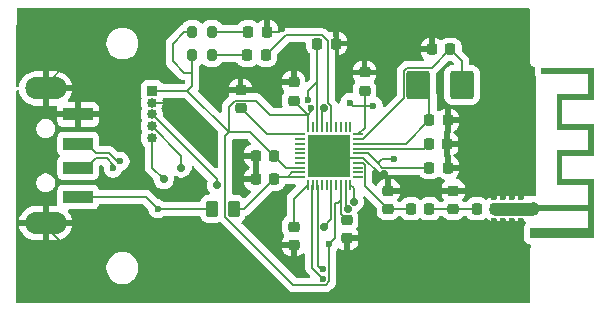
<source format=gbr>
%TF.GenerationSoftware,KiCad,Pcbnew,9.0.7*%
%TF.CreationDate,2026-02-16T22:31:36-05:00*%
%TF.ProjectId,Primis_Versipellis,5072696d-6973-45f5-9665-72736970656c,rev?*%
%TF.SameCoordinates,Original*%
%TF.FileFunction,Copper,L1,Top*%
%TF.FilePolarity,Positive*%
%FSLAX46Y46*%
G04 Gerber Fmt 4.6, Leading zero omitted, Abs format (unit mm)*
G04 Created by KiCad (PCBNEW 9.0.7) date 2026-02-16 22:31:36*
%MOMM*%
%LPD*%
G01*
G04 APERTURE LIST*
G04 Aperture macros list*
%AMRoundRect*
0 Rectangle with rounded corners*
0 $1 Rounding radius*
0 $2 $3 $4 $5 $6 $7 $8 $9 X,Y pos of 4 corners*
0 Add a 4 corners polygon primitive as box body*
4,1,4,$2,$3,$4,$5,$6,$7,$8,$9,$2,$3,0*
0 Add four circle primitives for the rounded corners*
1,1,$1+$1,$2,$3*
1,1,$1+$1,$4,$5*
1,1,$1+$1,$6,$7*
1,1,$1+$1,$8,$9*
0 Add four rect primitives between the rounded corners*
20,1,$1+$1,$2,$3,$4,$5,0*
20,1,$1+$1,$4,$5,$6,$7,0*
20,1,$1+$1,$6,$7,$8,$9,0*
20,1,$1+$1,$8,$9,$2,$3,0*%
G04 Aperture macros list end*
%TA.AperFunction,EtchedComponent*%
%ADD10C,0.000000*%
%TD*%
%TA.AperFunction,SMDPad,CuDef*%
%ADD11RoundRect,0.225000X-0.250000X0.225000X-0.250000X-0.225000X0.250000X-0.225000X0.250000X0.225000X0*%
%TD*%
%TA.AperFunction,SMDPad,CuDef*%
%ADD12R,2.500000X1.100000*%
%TD*%
%TA.AperFunction,HeatsinkPad*%
%ADD13O,3.500000X1.900000*%
%TD*%
%TA.AperFunction,ComponentPad*%
%ADD14R,0.850000X0.850000*%
%TD*%
%TA.AperFunction,ComponentPad*%
%ADD15C,0.850000*%
%TD*%
%TA.AperFunction,SMDPad,CuDef*%
%ADD16RoundRect,0.250000X0.262500X0.450000X-0.262500X0.450000X-0.262500X-0.450000X0.262500X-0.450000X0*%
%TD*%
%TA.AperFunction,SMDPad,CuDef*%
%ADD17RoundRect,0.225000X0.225000X0.250000X-0.225000X0.250000X-0.225000X-0.250000X0.225000X-0.250000X0*%
%TD*%
%TA.AperFunction,ConnectorPad*%
%ADD18R,0.500000X0.500000*%
%TD*%
%TA.AperFunction,ComponentPad*%
%ADD19R,0.500000X0.900000*%
%TD*%
%TA.AperFunction,SMDPad,CuDef*%
%ADD20RoundRect,0.218750X0.218750X0.256250X-0.218750X0.256250X-0.218750X-0.256250X0.218750X-0.256250X0*%
%TD*%
%TA.AperFunction,SMDPad,CuDef*%
%ADD21RoundRect,0.062500X-0.350000X-0.062500X0.350000X-0.062500X0.350000X0.062500X-0.350000X0.062500X0*%
%TD*%
%TA.AperFunction,SMDPad,CuDef*%
%ADD22RoundRect,0.062500X-0.062500X-0.350000X0.062500X-0.350000X0.062500X0.350000X-0.062500X0.350000X0*%
%TD*%
%TA.AperFunction,HeatsinkPad*%
%ADD23R,3.600000X3.600000*%
%TD*%
%TA.AperFunction,SMDPad,CuDef*%
%ADD24RoundRect,0.225000X0.250000X-0.225000X0.250000X0.225000X-0.250000X0.225000X-0.250000X-0.225000X0*%
%TD*%
%TA.AperFunction,SMDPad,CuDef*%
%ADD25RoundRect,0.225000X-0.225000X-0.250000X0.225000X-0.250000X0.225000X0.250000X-0.225000X0.250000X0*%
%TD*%
%TA.AperFunction,SMDPad,CuDef*%
%ADD26RoundRect,0.200000X0.200000X0.275000X-0.200000X0.275000X-0.200000X-0.275000X0.200000X-0.275000X0*%
%TD*%
%TA.AperFunction,SMDPad,CuDef*%
%ADD27RoundRect,0.250000X-0.750000X-0.950000X0.750000X-0.950000X0.750000X0.950000X-0.750000X0.950000X0*%
%TD*%
%TA.AperFunction,ViaPad*%
%ADD28C,0.700000*%
%TD*%
%TA.AperFunction,ViaPad*%
%ADD29C,0.600000*%
%TD*%
%TA.AperFunction,Conductor*%
%ADD30C,0.200000*%
%TD*%
%TA.AperFunction,Conductor*%
%ADD31C,0.300000*%
%TD*%
%TA.AperFunction,Conductor*%
%ADD32C,1.100000*%
%TD*%
G04 APERTURE END LIST*
D10*
%TA.AperFunction,EtchedComponent*%
%TO.C,REF\u002A\u002A*%
G36*
X173900000Y-64800000D02*
G01*
X171260000Y-64800000D01*
X171260000Y-66800000D01*
X173900000Y-66800000D01*
X173900000Y-69500000D01*
X171260000Y-69500000D01*
X171260000Y-71500000D01*
X173900000Y-71500000D01*
X173900000Y-76500000D01*
X168743215Y-76500000D01*
X168500000Y-76500000D01*
X168500000Y-76075156D01*
X168603957Y-76075156D01*
X168616065Y-76117819D01*
X168620419Y-76125731D01*
X168653203Y-76163674D01*
X168695605Y-76187742D01*
X168743215Y-76197583D01*
X168791622Y-76192847D01*
X168836416Y-76173185D01*
X168873186Y-76138245D01*
X168890092Y-76105353D01*
X168897982Y-76057267D01*
X168891408Y-76007682D01*
X168871313Y-75962372D01*
X168838643Y-75927112D01*
X168806417Y-75910218D01*
X168758158Y-75901778D01*
X168708632Y-75908309D01*
X168663447Y-75928868D01*
X168628213Y-75962511D01*
X168617600Y-75981122D01*
X168604700Y-76026637D01*
X168603957Y-76075156D01*
X168500000Y-76075156D01*
X168500000Y-75600000D01*
X173400000Y-75600000D01*
X173400000Y-74200000D01*
X168500000Y-74200000D01*
X168500000Y-73700000D01*
X173400000Y-73700000D01*
X173400000Y-72000000D01*
X170760000Y-72000000D01*
X170760000Y-69000000D01*
X173400000Y-69000000D01*
X173400000Y-67300000D01*
X170760000Y-67300000D01*
X170760000Y-64300000D01*
X173400000Y-64300000D01*
X173400000Y-62600000D01*
X169460000Y-62600000D01*
X169460000Y-62100000D01*
X173900000Y-62100000D01*
X173900000Y-64800000D01*
G37*
%TD.AperFunction*%
%TD*%
D11*
%TO.P,C5,1*%
%TO.N,GND*%
X162000000Y-72450000D03*
%TO.P,C5,2*%
%TO.N,Net-(C5-Pad2)*%
X162000000Y-74000000D03*
%TD*%
D12*
%TO.P,J2,1,VBUS*%
%TO.N,VBUS*%
X130250000Y-73000000D03*
%TO.P,J2,2,D-*%
%TO.N,D-*%
X130250000Y-70500000D03*
%TO.P,J2,3,D+*%
%TO.N,D+*%
X130250000Y-68500000D03*
%TO.P,J2,4,GND*%
%TO.N,GND*%
X130250000Y-66000000D03*
D13*
%TO.P,J2,5,Shield*%
X127500000Y-75200000D03*
X127500000Y-63800000D03*
%TD*%
D14*
%TO.P,J3,1,Pin_1*%
%TO.N,VDD_nRF*%
X136500000Y-64000000D03*
D15*
%TO.P,J3,2,Pin_2*%
%TO.N,GND*%
X136500000Y-65000000D03*
%TO.P,J3,3,Pin_3*%
%TO.N,Net-(J3-Pin_3)*%
X136500000Y-66000000D03*
%TO.P,J3,4,Pin_4*%
%TO.N,Net-(J3-Pin_4)*%
X136500000Y-67000000D03*
%TO.P,J3,5,Pin_5*%
%TO.N,Net-(J3-Pin_5)*%
X136500000Y-68000000D03*
%TD*%
D16*
%TO.P,R8,1*%
%TO.N,Net-(U1-VBUS)*%
X143412500Y-74000000D03*
%TO.P,R8,2*%
%TO.N,VBUS*%
X141587500Y-74000000D03*
%TD*%
D11*
%TO.P,C6,1*%
%TO.N,GND*%
X156500000Y-72450000D03*
%TO.P,C6,2*%
%TO.N,Net-(U1-ANT)*%
X156500000Y-74000000D03*
%TD*%
D17*
%TO.P,C4,1*%
%TO.N,GND*%
X161550000Y-66500000D03*
%TO.P,C4,2*%
%TO.N,Net-(U1-XC1)*%
X160000000Y-66500000D03*
%TD*%
D11*
%TO.P,C2,1*%
%TO.N,Net-(U1-DECUSB)*%
X148500000Y-75500000D03*
%TO.P,C2,2*%
%TO.N,GND*%
X148500000Y-77050000D03*
%TD*%
D18*
%TO.P,REF\u002A\u002A,1*%
%TO.N,ANT*%
X168750000Y-73950000D03*
D19*
%TO.P,REF\u002A\u002A,2*%
%TO.N,N/C*%
X168750000Y-76050000D03*
%TD*%
D20*
%TO.P,D3,1,K*%
%TO.N,Net-(D3-K)*%
X146150000Y-61000000D03*
%TO.P,D3,2,A*%
%TO.N,Net-(D3-A)*%
X144575000Y-61000000D03*
%TD*%
D17*
%TO.P,C9,1*%
%TO.N,VDD_nRF*%
X146825000Y-69500000D03*
%TO.P,C9,2*%
%TO.N,GND*%
X145275000Y-69500000D03*
%TD*%
D21*
%TO.P,U1,1,DEC1*%
%TO.N,Net-(U1-DEC1)*%
X149062500Y-67700000D03*
%TO.P,U1,2,XL1/P0.00*%
%TO.N,unconnected-(U1-XL1{slash}P0.00-Pad2)*%
X149062500Y-68100000D03*
%TO.P,U1,3,XL2/P0.01*%
%TO.N,unconnected-(U1-XL2{slash}P0.01-Pad3)*%
X149062500Y-68500000D03*
%TO.P,U1,4,AIN2/P0.04*%
%TO.N,unconnected-(U1-AIN2{slash}P0.04-Pad4)*%
X149062500Y-68900000D03*
%TO.P,U1,5,AIN3/P0.05*%
%TO.N,unconnected-(U1-AIN3{slash}P0.05-Pad5)*%
X149062500Y-69300000D03*
%TO.P,U1,6,P1.09*%
%TO.N,unconnected-(U1-P1.09-Pad6)*%
X149062500Y-69700000D03*
%TO.P,U1,7,P0.11*%
%TO.N,unconnected-(U1-P0.11-Pad7)*%
X149062500Y-70100000D03*
%TO.P,U1,8,VDD*%
%TO.N,VDD_nRF*%
X149062500Y-70500000D03*
%TO.P,U1,9,VDDH*%
%TO.N,Net-(U1-VBUS)*%
X149062500Y-70900000D03*
%TO.P,U1,10,VBUS*%
X149062500Y-71300000D03*
D22*
%TO.P,U1,11,DECUSB*%
%TO.N,Net-(U1-DECUSB)*%
X149700000Y-71937500D03*
%TO.P,U1,12,D-*%
%TO.N,D-*%
X150100000Y-71937500D03*
%TO.P,U1,13,D+*%
%TO.N,D+*%
X150500000Y-71937500D03*
%TO.P,U1,14,P0.15*%
%TO.N,unconnected-(U1-P0.15-Pad14)*%
X150900000Y-71937500D03*
%TO.P,U1,15,P0.17*%
%TO.N,unconnected-(U1-P0.17-Pad15)*%
X151300000Y-71937500D03*
%TO.P,U1,16,P0.18/~{RESET}*%
%TO.N,Net-(J3-Pin_3)*%
X151700000Y-71937500D03*
%TO.P,U1,17,P0.20*%
%TO.N,unconnected-(U1-P0.20-Pad17)*%
X152100000Y-71937500D03*
%TO.P,U1,18,VDD*%
%TO.N,VDD_nRF*%
X152500000Y-71937500D03*
%TO.P,U1,19,SWDIO*%
%TO.N,Net-(J3-Pin_5)*%
X152900000Y-71937500D03*
%TO.P,U1,20,SWDCLK*%
%TO.N,Net-(J3-Pin_4)*%
X153300000Y-71937500D03*
D21*
%TO.P,U1,21,DEC5*%
%TO.N,unconnected-(U1-DEC5-Pad21)*%
X153937500Y-71300000D03*
%TO.P,U1,22,NFC1/P0.09*%
%TO.N,unconnected-(U1-NFC1{slash}P0.09-Pad22)*%
X153937500Y-70900000D03*
%TO.P,U1,23,NFC2/P0.10*%
%TO.N,unconnected-(U1-NFC2{slash}P0.10-Pad23)*%
X153937500Y-70500000D03*
%TO.P,U1,24,ANT*%
%TO.N,Net-(U1-ANT)*%
X153937500Y-70100000D03*
%TO.P,U1,25,VSS_PA*%
%TO.N,GND*%
X153937500Y-69700000D03*
%TO.P,U1,26,DEC6*%
%TO.N,DEC4_6*%
X153937500Y-69300000D03*
%TO.P,U1,27,DEC3*%
%TO.N,DEC3*%
X153937500Y-68900000D03*
%TO.P,U1,28,XC1*%
%TO.N,Net-(U1-XC1)*%
X153937500Y-68500000D03*
%TO.P,U1,29,XC2*%
%TO.N,Net-(U1-XC2)*%
X153937500Y-68100000D03*
%TO.P,U1,30,VDD*%
%TO.N,VDD_nRF*%
X153937500Y-67700000D03*
D22*
%TO.P,U1,31,AIN1/P0.03*%
%TO.N,unconnected-(U1-AIN1{slash}P0.03-Pad31)*%
X153300000Y-67062500D03*
%TO.P,U1,32,AIN0/P0.02*%
%TO.N,unconnected-(U1-AIN0{slash}P0.02-Pad32)*%
X152900000Y-67062500D03*
%TO.P,U1,33,AIN4/P0.28*%
%TO.N,unconnected-(U1-AIN4{slash}P0.28-Pad33)*%
X152500000Y-67062500D03*
%TO.P,U1,34,AIN5/P0.29*%
%TO.N,unconnected-(U1-AIN5{slash}P0.29-Pad34)*%
X152100000Y-67062500D03*
%TO.P,U1,35,AIN6/P0.30*%
%TO.N,Net-(D3-K)*%
X151700000Y-67062500D03*
%TO.P,U1,36,AIN7/P0.31*%
%TO.N,unconnected-(U1-AIN7{slash}P0.31-Pad36)*%
X151300000Y-67062500D03*
%TO.P,U1,37,VSS*%
%TO.N,GND*%
X150900000Y-67062500D03*
%TO.P,U1,38,DEC4*%
%TO.N,DEC4_6*%
X150500000Y-67062500D03*
%TO.P,U1,39,DCC*%
%TO.N,unconnected-(U1-DCC-Pad39)*%
X150100000Y-67062500D03*
%TO.P,U1,40,VDD*%
%TO.N,VDD_nRF*%
X149700000Y-67062500D03*
D23*
%TO.P,U1,41,VSS*%
%TO.N,GND*%
X151500000Y-69500000D03*
%TD*%
D24*
%TO.P,C8,1*%
%TO.N,GND*%
X153000000Y-76500000D03*
%TO.P,C8,2*%
%TO.N,VDD_nRF*%
X153000000Y-74950000D03*
%TD*%
D25*
%TO.P,C3,1*%
%TO.N,GND*%
X160225000Y-60500000D03*
%TO.P,C3,2*%
%TO.N,Net-(U1-XC2)*%
X161775000Y-60500000D03*
%TD*%
%TO.P,C31,1*%
%TO.N,DEC3*%
X159950000Y-68500000D03*
%TO.P,C31,2*%
%TO.N,GND*%
X161500000Y-68500000D03*
%TD*%
D26*
%TO.P,R1,1*%
%TO.N,Net-(D1-A)*%
X141575000Y-59000000D03*
%TO.P,R1,2*%
%TO.N,VDD_nRF*%
X139925000Y-59000000D03*
%TD*%
D17*
%TO.P,C7,1*%
%TO.N,Net-(U1-VBUS)*%
X146825000Y-71500000D03*
%TO.P,C7,2*%
%TO.N,GND*%
X145275000Y-71500000D03*
%TD*%
D20*
%TO.P,D1,1,K*%
%TO.N,GND*%
X146222500Y-59000000D03*
%TO.P,D1,2,A*%
%TO.N,Net-(D1-A)*%
X144647500Y-59000000D03*
%TD*%
D17*
%TO.P,C30,1*%
%TO.N,GND*%
X161550000Y-70500000D03*
%TO.P,C30,2*%
%TO.N,DEC4_6*%
X160000000Y-70500000D03*
%TD*%
D25*
%TO.P,C29,1*%
%TO.N,DEC4_6*%
X150500000Y-60000000D03*
%TO.P,C29,2*%
%TO.N,GND*%
X152050000Y-60000000D03*
%TD*%
D24*
%TO.P,C11,1*%
%TO.N,VDD_nRF*%
X148500000Y-64825000D03*
%TO.P,C11,2*%
%TO.N,GND*%
X148500000Y-63275000D03*
%TD*%
D11*
%TO.P,C10,1*%
%TO.N,GND*%
X154500000Y-62450000D03*
%TO.P,C10,2*%
%TO.N,VDD_nRF*%
X154500000Y-64000000D03*
%TD*%
D20*
%TO.P,L2,1,1*%
%TO.N,ANT*%
X165575000Y-74000000D03*
%TO.P,L2,2,2*%
%TO.N,Net-(C5-Pad2)*%
X164000000Y-74000000D03*
%TD*%
D27*
%TO.P,Y1,1,1*%
%TO.N,Net-(U1-XC1)*%
X159050000Y-63500000D03*
%TO.P,Y1,2,2*%
%TO.N,Net-(U1-XC2)*%
X162750000Y-63500000D03*
%TD*%
D20*
%TO.P,L1,1,1*%
%TO.N,Net-(C5-Pad2)*%
X160000000Y-74000000D03*
%TO.P,L1,2,2*%
%TO.N,Net-(U1-ANT)*%
X158425000Y-74000000D03*
%TD*%
D26*
%TO.P,R3,1*%
%TO.N,Net-(D3-A)*%
X141575000Y-61000000D03*
%TO.P,R3,2*%
%TO.N,VDD_nRF*%
X139925000Y-61000000D03*
%TD*%
D11*
%TO.P,C1,1*%
%TO.N,GND*%
X144000000Y-63950000D03*
%TO.P,C1,2*%
%TO.N,Net-(U1-DEC1)*%
X144000000Y-65500000D03*
%TD*%
D28*
%TO.N,GND*%
X163000000Y-66500000D03*
X153000000Y-78000000D03*
D29*
X165500000Y-75000000D03*
D28*
X148500000Y-62000000D03*
D29*
X163500000Y-72000000D03*
D28*
X138500000Y-65000000D03*
X144000000Y-69500000D03*
D29*
X167750000Y-73000000D03*
D28*
X132500000Y-66000000D03*
X156000000Y-62500000D03*
D29*
X167000000Y-75000000D03*
D28*
X148500000Y-78500000D03*
X156128763Y-71070000D03*
D29*
X158000000Y-72000000D03*
D28*
X129500000Y-61500000D03*
X151070000Y-65500000D03*
D29*
X167750000Y-75000000D03*
X147500000Y-58750000D03*
D28*
X129500000Y-77500000D03*
X144000000Y-62500000D03*
X144000000Y-71500000D03*
X163000000Y-68500000D03*
X152000000Y-58500000D03*
D29*
X167000000Y-73000000D03*
D28*
X159000000Y-60500000D03*
D29*
X165500000Y-73000000D03*
D28*
X163000000Y-70500000D03*
D29*
X166250000Y-75000000D03*
X166250000Y-73000000D03*
%TO.N,VDD_nRF*%
X155250000Y-65250000D03*
X151500000Y-77000000D03*
X153250000Y-65000000D03*
X149980000Y-65500000D03*
%TO.N,DEC4_6*%
X149750000Y-64750000D03*
X157000000Y-69750000D03*
D28*
%TO.N,Net-(J3-Pin_4)*%
X153604674Y-73378286D03*
X139000000Y-70500000D03*
D29*
%TO.N,VBUS*%
X137000000Y-74000000D03*
D28*
%TO.N,Net-(J3-Pin_5)*%
X137500000Y-71500000D03*
X153070000Y-74000000D03*
%TO.N,Net-(J3-Pin_3)*%
X142000000Y-72000000D03*
X151096979Y-75500000D03*
D29*
%TO.N,D+*%
X151000000Y-79075000D03*
X133800521Y-69949479D03*
%TO.N,D-*%
X151000000Y-79925000D03*
X133199479Y-70550521D03*
%TD*%
D30*
%TO.N,Net-(U1-DEC1)*%
X146200000Y-67700000D02*
X144000000Y-65500000D01*
X149062500Y-67700000D02*
X146200000Y-67700000D01*
%TO.N,GND*%
X162000000Y-72450000D02*
X163050000Y-72450000D01*
X154406624Y-69700000D02*
X155776624Y-71070000D01*
X136500000Y-65000000D02*
X138500000Y-65000000D01*
D31*
X148500000Y-77050000D02*
X148500000Y-78500000D01*
X144000000Y-63950000D02*
X144000000Y-62500000D01*
D30*
X157550000Y-72450000D02*
X158000000Y-72000000D01*
X154500000Y-62450000D02*
X155950000Y-62450000D01*
X152050000Y-58550000D02*
X152000000Y-58500000D01*
X155776624Y-71070000D02*
X156128763Y-71070000D01*
D31*
X160225000Y-60500000D02*
X159000000Y-60500000D01*
X148500000Y-63275000D02*
X148500000Y-62000000D01*
D30*
X127500000Y-75500000D02*
X129500000Y-77500000D01*
X161550000Y-66500000D02*
X163000000Y-66500000D01*
X153937500Y-69700000D02*
X151700000Y-69700000D01*
X130250000Y-66000000D02*
X132500000Y-66000000D01*
X153937500Y-69700000D02*
X154406624Y-69700000D01*
X152050000Y-60000000D02*
X152050000Y-58550000D01*
X147250000Y-59000000D02*
X147500000Y-58750000D01*
X161500000Y-68500000D02*
X163000000Y-68500000D01*
D31*
X145275000Y-71500000D02*
X144000000Y-71500000D01*
D30*
X155950000Y-62450000D02*
X156000000Y-62500000D01*
X151700000Y-69700000D02*
X151500000Y-69500000D01*
X127500000Y-63800000D02*
X127500000Y-63500000D01*
D31*
X145275000Y-69500000D02*
X144000000Y-69500000D01*
D30*
X150900000Y-67062500D02*
X150900000Y-65670000D01*
X161550000Y-70500000D02*
X163000000Y-70500000D01*
X163050000Y-72450000D02*
X163500000Y-72000000D01*
D31*
X153000000Y-76500000D02*
X153000000Y-78000000D01*
D30*
X150900000Y-65670000D02*
X151070000Y-65500000D01*
X127500000Y-75200000D02*
X127500000Y-75500000D01*
X127500000Y-63500000D02*
X129500000Y-61500000D01*
X156500000Y-72450000D02*
X157550000Y-72450000D01*
X146222500Y-59000000D02*
X147250000Y-59000000D01*
%TO.N,Net-(U1-DECUSB)*%
X148500000Y-73137500D02*
X149700000Y-71937500D01*
X148500000Y-75500000D02*
X148500000Y-73137500D01*
%TO.N,Net-(U1-XC2)*%
X160196000Y-62079000D02*
X161775000Y-60500000D01*
X162750000Y-63500000D02*
X162750000Y-61475000D01*
X162750000Y-61475000D02*
X161775000Y-60500000D01*
X153937500Y-68100000D02*
X154381022Y-68100000D01*
X157829000Y-62347978D02*
X158097978Y-62079000D01*
X157829000Y-64652022D02*
X157829000Y-62347978D01*
X154381022Y-68100000D02*
X157829000Y-64652022D01*
X158097978Y-62079000D02*
X160196000Y-62079000D01*
%TO.N,Net-(U1-XC1)*%
X160000000Y-64450000D02*
X159050000Y-63500000D01*
X160000000Y-66500000D02*
X158000000Y-68500000D01*
X158000000Y-68500000D02*
X153937500Y-68500000D01*
X160000000Y-66500000D02*
X160000000Y-64450000D01*
%TO.N,Net-(C5-Pad2)*%
X160000000Y-74000000D02*
X162000000Y-74000000D01*
X162000000Y-74000000D02*
X164000000Y-74000000D01*
%TO.N,Net-(U1-ANT)*%
X154571000Y-70318338D02*
X154352662Y-70100000D01*
X156500000Y-74000000D02*
X158425000Y-74000000D01*
X154352662Y-70100000D02*
X153937500Y-70100000D01*
X156500000Y-74000000D02*
X154571000Y-72071000D01*
X154571000Y-72071000D02*
X154571000Y-70318338D01*
%TO.N,VDD_nRF*%
X138250000Y-61500000D02*
X138250000Y-60000000D01*
X139250000Y-59000000D02*
X139925000Y-59000000D01*
X149980000Y-65745000D02*
X149980000Y-65500000D01*
X153000000Y-74950000D02*
X152500000Y-74450000D01*
X151521000Y-77021000D02*
X151521000Y-80140806D01*
X151500000Y-77000000D02*
X152021000Y-76479000D01*
X152500000Y-74450000D02*
X152500000Y-73250000D01*
X154500000Y-65250000D02*
X155250000Y-65250000D01*
X152500000Y-73250000D02*
X152500000Y-71937500D01*
X139925000Y-63575000D02*
X139500000Y-64000000D01*
X148472978Y-80446000D02*
X142679000Y-74652022D01*
X136500000Y-64000000D02*
X139500000Y-64000000D01*
X151521000Y-80140806D02*
X151215806Y-80446000D01*
X147825000Y-70500000D02*
X149062500Y-70500000D01*
X153500000Y-65250000D02*
X154500000Y-65250000D01*
X149700000Y-66025000D02*
X146525000Y-66025000D01*
X152021000Y-73500000D02*
X152250000Y-73500000D01*
X138250000Y-60000000D02*
X139250000Y-59000000D01*
X146825000Y-69500000D02*
X147825000Y-70500000D01*
X139250000Y-62500000D02*
X138250000Y-61500000D01*
X144825000Y-67500000D02*
X146825000Y-69500000D01*
X151500000Y-77000000D02*
X151521000Y-77021000D01*
X145329000Y-64829000D02*
X143559026Y-64829000D01*
X154500000Y-67137500D02*
X153937500Y-67700000D01*
X152250000Y-73500000D02*
X152500000Y-73250000D01*
X139925000Y-62500000D02*
X139250000Y-62500000D01*
X139925000Y-61000000D02*
X139925000Y-62500000D01*
X146525000Y-66025000D02*
X145329000Y-64829000D01*
X154500000Y-64000000D02*
X154500000Y-65250000D01*
X142679000Y-67821000D02*
X143000000Y-67500000D01*
X139500000Y-64000000D02*
X143000000Y-67500000D01*
X143000000Y-65388026D02*
X143000000Y-67500000D01*
X139925000Y-62500000D02*
X139925000Y-63575000D01*
X153250000Y-65000000D02*
X153500000Y-65250000D01*
X143559026Y-64829000D02*
X143000000Y-65388026D01*
X152021000Y-76479000D02*
X152021000Y-73500000D01*
X154500000Y-65250000D02*
X154500000Y-67137500D01*
X142679000Y-74652022D02*
X142679000Y-67821000D01*
X149700000Y-66025000D02*
X148500000Y-64825000D01*
X149700000Y-67062500D02*
X149700000Y-66025000D01*
X143000000Y-67500000D02*
X144825000Y-67500000D01*
X151215806Y-80446000D02*
X148472978Y-80446000D01*
X149700000Y-66025000D02*
X149980000Y-65745000D01*
%TO.N,Net-(U1-VBUS)*%
X149062500Y-70900000D02*
X148400000Y-70900000D01*
X144325000Y-74000000D02*
X143412500Y-74000000D01*
X148000000Y-71300000D02*
X147025000Y-71300000D01*
X148400000Y-70900000D02*
X148000000Y-71300000D01*
X149062500Y-71300000D02*
X148000000Y-71300000D01*
X147025000Y-71300000D02*
X146825000Y-71500000D01*
X146825000Y-71500000D02*
X144325000Y-74000000D01*
%TO.N,DEC4_6*%
X155625000Y-70125000D02*
X156000000Y-70500000D01*
X153937500Y-69300000D02*
X154800000Y-69300000D01*
X155625000Y-70125000D02*
X156000000Y-69750000D01*
X149750000Y-64750000D02*
X149750000Y-64000000D01*
X156000000Y-70500000D02*
X160000000Y-70500000D01*
X150500000Y-63250000D02*
X150500000Y-60000000D01*
X156000000Y-69750000D02*
X157000000Y-69750000D01*
X150500000Y-67062500D02*
X150500000Y-63250000D01*
X149750000Y-64000000D02*
X150500000Y-63250000D01*
X154800000Y-69300000D02*
X155625000Y-70125000D01*
%TO.N,DEC3*%
X153937500Y-68900000D02*
X159550000Y-68900000D01*
X159550000Y-68900000D02*
X159950000Y-68500000D01*
%TO.N,Net-(J3-Pin_4)*%
X139000000Y-69500000D02*
X139000000Y-70500000D01*
X136500000Y-67000000D02*
X139000000Y-69500000D01*
X153604674Y-72242174D02*
X153300000Y-71937500D01*
X153604674Y-73378286D02*
X153604674Y-72242174D01*
D31*
%TO.N,VBUS*%
X141800000Y-74000000D02*
X141587500Y-74000000D01*
D30*
X137000000Y-74000000D02*
X141587500Y-74000000D01*
X136000000Y-73000000D02*
X137000000Y-74000000D01*
X130250000Y-73000000D02*
X136000000Y-73000000D01*
%TO.N,Net-(J3-Pin_5)*%
X136500000Y-68000000D02*
X136500000Y-70500000D01*
X152900000Y-73830000D02*
X152900000Y-71937500D01*
X153070000Y-74000000D02*
X152900000Y-73830000D01*
X136500000Y-70500000D02*
X137500000Y-71500000D01*
%TO.N,Net-(J3-Pin_3)*%
X151700000Y-74896979D02*
X151700000Y-71937500D01*
X136500000Y-66000000D02*
X142000000Y-71500000D01*
X151096979Y-75500000D02*
X151700000Y-74896979D01*
X142000000Y-71500000D02*
X142000000Y-72000000D01*
D32*
%TO.N,ANT*%
X168700000Y-74000000D02*
X168750000Y-73950000D01*
X165575000Y-74000000D02*
X168700000Y-74000000D01*
D30*
%TO.N,D+*%
X150525001Y-78813604D02*
X150525001Y-71962501D01*
X150786397Y-79075000D02*
X150525001Y-78813604D01*
X130250000Y-68500000D02*
X130950000Y-68500000D01*
X131725000Y-69275000D02*
X132843199Y-69275000D01*
X151000000Y-79075000D02*
X150786397Y-79075000D01*
X150551980Y-72124716D02*
X150551980Y-71937500D01*
X132843199Y-69275000D02*
X133517678Y-69949479D01*
X130950000Y-68500000D02*
X131725000Y-69275000D01*
X150526979Y-72149717D02*
X150551980Y-72124716D01*
X150525001Y-71962501D02*
X150500000Y-71937500D01*
X133517678Y-69949479D02*
X133800521Y-69949479D01*
%TO.N,D-*%
X150074999Y-78999999D02*
X150074999Y-71962501D01*
X130250000Y-70500000D02*
X130950000Y-70500000D01*
X130950000Y-70500000D02*
X131725000Y-69725000D01*
X150074999Y-71962501D02*
X150100000Y-71937500D01*
X151000000Y-79925000D02*
X150074999Y-78999999D01*
X131725000Y-69725000D02*
X132656801Y-69725000D01*
X132656801Y-69725000D02*
X133199479Y-70267678D01*
X133199479Y-70267678D02*
X133199479Y-70550521D01*
%TO.N,Net-(D3-K)*%
X147846000Y-59304000D02*
X150915974Y-59304000D01*
X151379000Y-65001484D02*
X151700000Y-65322484D01*
X151379000Y-59767026D02*
X151379000Y-65001484D01*
X146150000Y-61000000D02*
X147846000Y-59304000D01*
X150915974Y-59304000D02*
X151379000Y-59767026D01*
X151700000Y-65322484D02*
X151700000Y-67062500D01*
%TO.N,Net-(D1-A)*%
X144647500Y-59000000D02*
X141575000Y-59000000D01*
%TO.N,Net-(D3-A)*%
X141575000Y-61000000D02*
X144575000Y-61000000D01*
%TD*%
%TA.AperFunction,Conductor*%
%TO.N,GND*%
G36*
X168442539Y-57020185D02*
G01*
X168488294Y-57072989D01*
X168499500Y-57124500D01*
X168499500Y-61434108D01*
X168499500Y-61565892D01*
X168508231Y-61598475D01*
X168533608Y-61693187D01*
X168553137Y-61727011D01*
X168599500Y-61807314D01*
X168692686Y-61900500D01*
X168806814Y-61966392D01*
X168862593Y-61981337D01*
X168922253Y-62017701D01*
X168952783Y-62080548D01*
X168954500Y-62101112D01*
X168954500Y-62600002D01*
X168959644Y-62671940D01*
X168967884Y-62700000D01*
X168994977Y-62792270D01*
X169000000Y-62827203D01*
X169000000Y-72777551D01*
X168980315Y-72844590D01*
X168927511Y-72890345D01*
X168858353Y-72900289D01*
X168854103Y-72899561D01*
X168853469Y-72899499D01*
X168853466Y-72899499D01*
X168646535Y-72899499D01*
X168646533Y-72899499D01*
X168443585Y-72939868D01*
X168443576Y-72939871D01*
X168443116Y-72940062D01*
X168442628Y-72940159D01*
X168437753Y-72941638D01*
X168437607Y-72941157D01*
X168395666Y-72949500D01*
X165471530Y-72949500D01*
X165268587Y-72989868D01*
X165268579Y-72989870D01*
X165077402Y-73069058D01*
X165048864Y-73088126D01*
X165048830Y-73088149D01*
X165045832Y-73090153D01*
X164907109Y-73175719D01*
X164867539Y-73215288D01*
X164858698Y-73221489D01*
X164835419Y-73229358D01*
X164813858Y-73241132D01*
X164802908Y-73240348D01*
X164792508Y-73243865D01*
X164768672Y-73237900D01*
X164744166Y-73236148D01*
X164733005Y-73228975D01*
X164724728Y-73226904D01*
X164717018Y-73218700D01*
X164699819Y-73207647D01*
X164667891Y-73175719D01*
X164667887Y-73175716D01*
X164524795Y-73087455D01*
X164524789Y-73087452D01*
X164524787Y-73087451D01*
X164365185Y-73034564D01*
X164365183Y-73034563D01*
X164266681Y-73024500D01*
X164266674Y-73024500D01*
X163733326Y-73024500D01*
X163733318Y-73024500D01*
X163634816Y-73034563D01*
X163634815Y-73034564D01*
X163567060Y-73057016D01*
X163475215Y-73087450D01*
X163475204Y-73087455D01*
X163332112Y-73175716D01*
X163332108Y-73175719D01*
X163213220Y-73294607D01*
X163213219Y-73294609D01*
X163184851Y-73340598D01*
X163177266Y-73347421D01*
X163173028Y-73356703D01*
X163151728Y-73370391D01*
X163132906Y-73387321D01*
X163121270Y-73389965D01*
X163114250Y-73394477D01*
X163079315Y-73399500D01*
X162940004Y-73399500D01*
X162872965Y-73379815D01*
X162834465Y-73340596D01*
X162822968Y-73321956D01*
X162813339Y-73312327D01*
X162779854Y-73251004D01*
X162784838Y-73181312D01*
X162813345Y-73136959D01*
X162822573Y-73127731D01*
X162911542Y-72983492D01*
X162911547Y-72983481D01*
X162964855Y-72822606D01*
X162974999Y-72723322D01*
X162975000Y-72723306D01*
X162975000Y-72700000D01*
X161025001Y-72700000D01*
X161025001Y-72723322D01*
X161035144Y-72822607D01*
X161088452Y-72983481D01*
X161088457Y-72983492D01*
X161177424Y-73127728D01*
X161177427Y-73127732D01*
X161186660Y-73136965D01*
X161187012Y-73137611D01*
X161187656Y-73137972D01*
X161203738Y-73168241D01*
X161220145Y-73198288D01*
X161220092Y-73199022D01*
X161220438Y-73199673D01*
X161217606Y-73233780D01*
X161215161Y-73267980D01*
X161214698Y-73268815D01*
X161214658Y-73269304D01*
X161213120Y-73271667D01*
X161197391Y-73300085D01*
X161192425Y-73306562D01*
X161177032Y-73321956D01*
X161162231Y-73345951D01*
X161158408Y-73350939D01*
X161135076Y-73367992D01*
X161113588Y-73387321D01*
X161106396Y-73388955D01*
X161102000Y-73392169D01*
X161088755Y-73392964D01*
X161059996Y-73399500D01*
X160920685Y-73399500D01*
X160853646Y-73379815D01*
X160815148Y-73340599D01*
X160786781Y-73294609D01*
X160667891Y-73175719D01*
X160667887Y-73175716D01*
X160524795Y-73087455D01*
X160524789Y-73087452D01*
X160524787Y-73087451D01*
X160365185Y-73034564D01*
X160365183Y-73034563D01*
X160266681Y-73024500D01*
X160266674Y-73024500D01*
X159733326Y-73024500D01*
X159733318Y-73024500D01*
X159634816Y-73034563D01*
X159634815Y-73034564D01*
X159567060Y-73057016D01*
X159475215Y-73087450D01*
X159475204Y-73087455D01*
X159332112Y-73175716D01*
X159332108Y-73175719D01*
X159300181Y-73207647D01*
X159238858Y-73241132D01*
X159169166Y-73236148D01*
X159124819Y-73207647D01*
X159092891Y-73175719D01*
X159092887Y-73175716D01*
X158949795Y-73087455D01*
X158949789Y-73087452D01*
X158949787Y-73087451D01*
X158790185Y-73034564D01*
X158790183Y-73034563D01*
X158691681Y-73024500D01*
X158691674Y-73024500D01*
X158158326Y-73024500D01*
X158158318Y-73024500D01*
X158059816Y-73034563D01*
X158059815Y-73034564D01*
X157992060Y-73057016D01*
X157900215Y-73087450D01*
X157900204Y-73087455D01*
X157757112Y-73175716D01*
X157757108Y-73175719D01*
X157638220Y-73294607D01*
X157638219Y-73294609D01*
X157609851Y-73340598D01*
X157602266Y-73347421D01*
X157598028Y-73356703D01*
X157576728Y-73370391D01*
X157557906Y-73387321D01*
X157546270Y-73389965D01*
X157539250Y-73394477D01*
X157504315Y-73399500D01*
X157440004Y-73399500D01*
X157372965Y-73379815D01*
X157334465Y-73340596D01*
X157322968Y-73321956D01*
X157313339Y-73312327D01*
X157279854Y-73251004D01*
X157284838Y-73181312D01*
X157313345Y-73136959D01*
X157322573Y-73127731D01*
X157411542Y-72983492D01*
X157411547Y-72983481D01*
X157464855Y-72822606D01*
X157474999Y-72723322D01*
X157475000Y-72723306D01*
X157475000Y-72700000D01*
X156624000Y-72700000D01*
X156556961Y-72680315D01*
X156511206Y-72627511D01*
X156500000Y-72576000D01*
X156500000Y-72450000D01*
X156374000Y-72450000D01*
X156306961Y-72430315D01*
X156261206Y-72377511D01*
X156250000Y-72326000D01*
X156250000Y-72200000D01*
X156750000Y-72200000D01*
X157474999Y-72200000D01*
X157474999Y-72176692D01*
X157474998Y-72176677D01*
X157464855Y-72077392D01*
X157411547Y-71916518D01*
X157411542Y-71916507D01*
X157322575Y-71772271D01*
X157322572Y-71772267D01*
X157202732Y-71652427D01*
X157202728Y-71652424D01*
X157058492Y-71563457D01*
X157058481Y-71563452D01*
X156897606Y-71510144D01*
X156798322Y-71500000D01*
X156750000Y-71500000D01*
X156750000Y-72200000D01*
X156250000Y-72200000D01*
X156250000Y-71500000D01*
X156249999Y-71499999D01*
X156201693Y-71500000D01*
X156201675Y-71500001D01*
X156102392Y-71510144D01*
X155941518Y-71563452D01*
X155941507Y-71563457D01*
X155797271Y-71652424D01*
X155797267Y-71652427D01*
X155677427Y-71772267D01*
X155677424Y-71772271D01*
X155588457Y-71916507D01*
X155588450Y-71916522D01*
X155571368Y-71968072D01*
X155570014Y-71970026D01*
X155569845Y-71972400D01*
X155550226Y-71998606D01*
X155531595Y-72025516D01*
X155529398Y-72026429D01*
X155527973Y-72028333D01*
X155497302Y-72039772D01*
X155467078Y-72052338D01*
X155464737Y-72051918D01*
X155462509Y-72052750D01*
X155430523Y-72045792D01*
X155398303Y-72040022D01*
X155395837Y-72038246D01*
X155394236Y-72037898D01*
X155365982Y-72016747D01*
X155207819Y-71858584D01*
X155174334Y-71797261D01*
X155171500Y-71770903D01*
X155171500Y-70820097D01*
X155191185Y-70753058D01*
X155243989Y-70707303D01*
X155313147Y-70697359D01*
X155376703Y-70726384D01*
X155383181Y-70732416D01*
X155515139Y-70864374D01*
X155515149Y-70864385D01*
X155519479Y-70868715D01*
X155519480Y-70868716D01*
X155631284Y-70980520D01*
X155707462Y-71024501D01*
X155768215Y-71059577D01*
X155920943Y-71100500D01*
X159069575Y-71100500D01*
X159136614Y-71120185D01*
X159175113Y-71159402D01*
X159202031Y-71203043D01*
X159321955Y-71322967D01*
X159321959Y-71322970D01*
X159466294Y-71411998D01*
X159466297Y-71411999D01*
X159466303Y-71412003D01*
X159627292Y-71465349D01*
X159726655Y-71475500D01*
X160273344Y-71475499D01*
X160273352Y-71475498D01*
X160273355Y-71475498D01*
X160358180Y-71466833D01*
X160372708Y-71465349D01*
X160533697Y-71412003D01*
X160678044Y-71322968D01*
X160687668Y-71313343D01*
X160748987Y-71279856D01*
X160818679Y-71284835D01*
X160863034Y-71313339D01*
X160872267Y-71322572D01*
X160872271Y-71322575D01*
X161016507Y-71411542D01*
X161016518Y-71411547D01*
X161177393Y-71464855D01*
X161196744Y-71466833D01*
X161261436Y-71493229D01*
X161301587Y-71550410D01*
X161304450Y-71620221D01*
X161271823Y-71677872D01*
X161177424Y-71772271D01*
X161088457Y-71916507D01*
X161088452Y-71916518D01*
X161035144Y-72077393D01*
X161025000Y-72176677D01*
X161025000Y-72200000D01*
X162974999Y-72200000D01*
X162974999Y-72176692D01*
X162974998Y-72176677D01*
X162964855Y-72077392D01*
X162911547Y-71916518D01*
X162911542Y-71916507D01*
X162822575Y-71772271D01*
X162822572Y-71772267D01*
X162702732Y-71652427D01*
X162702728Y-71652424D01*
X162558492Y-71563457D01*
X162558481Y-71563452D01*
X162397606Y-71510144D01*
X162332889Y-71503532D01*
X162268197Y-71477136D01*
X162228046Y-71419955D01*
X162225183Y-71350144D01*
X162257811Y-71292492D01*
X162347576Y-71202727D01*
X162436542Y-71058492D01*
X162436547Y-71058481D01*
X162489855Y-70897606D01*
X162499999Y-70798322D01*
X162500000Y-70798309D01*
X162500000Y-70750000D01*
X161674000Y-70750000D01*
X161606961Y-70730315D01*
X161561206Y-70677511D01*
X161550000Y-70626000D01*
X161550000Y-70500000D01*
X161424000Y-70500000D01*
X161356961Y-70480315D01*
X161311206Y-70427511D01*
X161300000Y-70376000D01*
X161300000Y-69605000D01*
X161286319Y-69591319D01*
X161252834Y-69529996D01*
X161250000Y-69503638D01*
X161250000Y-69395000D01*
X161750000Y-69395000D01*
X161763681Y-69408681D01*
X161797166Y-69470004D01*
X161800000Y-69496362D01*
X161800000Y-70250000D01*
X162499999Y-70250000D01*
X162499999Y-70201692D01*
X162499998Y-70201677D01*
X162489855Y-70102392D01*
X162436547Y-69941518D01*
X162436542Y-69941507D01*
X162347575Y-69797271D01*
X162347572Y-69797267D01*
X162227732Y-69677427D01*
X162227728Y-69677424D01*
X162086183Y-69590117D01*
X162039458Y-69538169D01*
X162028237Y-69469206D01*
X162056080Y-69405124D01*
X162086184Y-69379040D01*
X162177730Y-69322573D01*
X162177732Y-69322572D01*
X162297572Y-69202732D01*
X162297575Y-69202728D01*
X162386542Y-69058492D01*
X162386547Y-69058481D01*
X162439855Y-68897606D01*
X162449999Y-68798322D01*
X162450000Y-68798309D01*
X162450000Y-68750000D01*
X161750000Y-68750000D01*
X161750000Y-69395000D01*
X161250000Y-69395000D01*
X161250000Y-67605000D01*
X161750000Y-67605000D01*
X161750000Y-68250000D01*
X162449999Y-68250000D01*
X162449999Y-68201692D01*
X162449998Y-68201677D01*
X162439855Y-68102392D01*
X162386547Y-67941518D01*
X162386542Y-67941507D01*
X162297575Y-67797271D01*
X162297572Y-67797267D01*
X162177732Y-67677427D01*
X162177728Y-67677424D01*
X162086183Y-67620958D01*
X162039458Y-67569010D01*
X162028237Y-67500048D01*
X162056080Y-67435966D01*
X162086183Y-67409881D01*
X162227733Y-67322571D01*
X162347572Y-67202732D01*
X162347575Y-67202728D01*
X162436542Y-67058492D01*
X162436547Y-67058481D01*
X162489855Y-66897606D01*
X162499999Y-66798322D01*
X162500000Y-66798309D01*
X162500000Y-66750000D01*
X161800000Y-66750000D01*
X161800000Y-67503638D01*
X161780315Y-67570677D01*
X161763681Y-67591319D01*
X161750000Y-67605000D01*
X161250000Y-67605000D01*
X161250000Y-67496362D01*
X161269685Y-67429323D01*
X161286319Y-67408681D01*
X161300000Y-67395000D01*
X161300000Y-66250000D01*
X161800000Y-66250000D01*
X162499999Y-66250000D01*
X162499999Y-66201692D01*
X162499998Y-66201677D01*
X162489855Y-66102392D01*
X162436547Y-65941518D01*
X162436542Y-65941507D01*
X162347575Y-65797271D01*
X162347572Y-65797267D01*
X162227732Y-65677427D01*
X162227728Y-65677424D01*
X162083492Y-65588457D01*
X162083481Y-65588452D01*
X161922606Y-65535144D01*
X161823322Y-65525000D01*
X161800000Y-65525000D01*
X161800000Y-66250000D01*
X161300000Y-66250000D01*
X161300000Y-65524999D01*
X161276693Y-65525000D01*
X161276674Y-65525001D01*
X161177392Y-65535144D01*
X161016518Y-65588452D01*
X161016507Y-65588457D01*
X160872271Y-65677424D01*
X160872264Y-65677430D01*
X160863028Y-65686665D01*
X160862384Y-65687016D01*
X160862026Y-65687656D01*
X160831752Y-65703740D01*
X160801703Y-65720146D01*
X160800972Y-65720093D01*
X160800324Y-65720438D01*
X160766164Y-65717601D01*
X160732011Y-65715157D01*
X160731180Y-65714697D01*
X160730694Y-65714657D01*
X160728338Y-65713124D01*
X160699913Y-65697389D01*
X160693435Y-65692423D01*
X160678044Y-65677032D01*
X160654054Y-65662234D01*
X160649060Y-65658406D01*
X160632003Y-65635071D01*
X160612677Y-65613582D01*
X160611043Y-65606394D01*
X160607830Y-65601998D01*
X160607034Y-65588752D01*
X160600500Y-65559995D01*
X160600500Y-64539059D01*
X160600501Y-64539046D01*
X160600501Y-64370945D01*
X160600501Y-64370943D01*
X160559577Y-64218215D01*
X160559576Y-64218214D01*
X160557473Y-64210363D01*
X160558166Y-64210177D01*
X160550499Y-64171633D01*
X160550499Y-62625099D01*
X160559143Y-62595659D01*
X160565666Y-62565674D01*
X160569421Y-62560657D01*
X160570184Y-62558060D01*
X160586811Y-62537424D01*
X160676520Y-62447716D01*
X160676521Y-62447713D01*
X161612416Y-61511818D01*
X161673739Y-61478333D01*
X161700097Y-61475499D01*
X161849902Y-61475499D01*
X161916941Y-61495184D01*
X161937583Y-61511818D01*
X162015231Y-61589466D01*
X162048716Y-61650789D01*
X162043732Y-61720481D01*
X162001860Y-61776414D01*
X161940153Y-61800505D01*
X161847202Y-61810001D01*
X161847200Y-61810001D01*
X161680668Y-61865185D01*
X161680663Y-61865187D01*
X161531342Y-61957289D01*
X161407289Y-62081342D01*
X161315187Y-62230663D01*
X161315185Y-62230668D01*
X161302509Y-62268923D01*
X161260001Y-62397203D01*
X161260001Y-62397204D01*
X161260000Y-62397204D01*
X161249500Y-62499983D01*
X161249500Y-64500001D01*
X161249501Y-64500018D01*
X161260000Y-64602796D01*
X161260001Y-64602799D01*
X161308433Y-64748956D01*
X161315186Y-64769334D01*
X161407288Y-64918656D01*
X161531344Y-65042712D01*
X161680666Y-65134814D01*
X161847203Y-65189999D01*
X161949991Y-65200500D01*
X163550008Y-65200499D01*
X163652797Y-65189999D01*
X163819334Y-65134814D01*
X163968656Y-65042712D01*
X164092712Y-64918656D01*
X164184814Y-64769334D01*
X164239999Y-64602797D01*
X164250500Y-64500009D01*
X164250499Y-62499992D01*
X164239999Y-62397203D01*
X164184814Y-62230666D01*
X164092712Y-62081344D01*
X163968656Y-61957288D01*
X163823018Y-61867458D01*
X163819336Y-61865187D01*
X163819331Y-61865185D01*
X163777848Y-61851439D01*
X163652797Y-61810001D01*
X163652795Y-61810000D01*
X163550016Y-61799500D01*
X163550009Y-61799500D01*
X163474500Y-61799500D01*
X163407461Y-61779815D01*
X163361706Y-61727011D01*
X163350500Y-61675500D01*
X163350500Y-61395946D01*
X163350500Y-61395943D01*
X163330947Y-61322968D01*
X163309577Y-61243215D01*
X163258675Y-61155051D01*
X163230520Y-61106284D01*
X163118716Y-60994480D01*
X163118715Y-60994479D01*
X163114385Y-60990149D01*
X163114374Y-60990139D01*
X162761818Y-60637583D01*
X162728333Y-60576260D01*
X162725499Y-60549902D01*
X162725499Y-60201662D01*
X162725498Y-60201644D01*
X162715349Y-60102292D01*
X162715348Y-60102289D01*
X162708580Y-60081865D01*
X162662003Y-59941303D01*
X162661999Y-59941297D01*
X162661998Y-59941294D01*
X162572970Y-59796959D01*
X162572967Y-59796955D01*
X162453044Y-59677032D01*
X162453040Y-59677029D01*
X162308705Y-59588001D01*
X162308699Y-59587998D01*
X162308697Y-59587997D01*
X162231109Y-59562287D01*
X162147709Y-59534651D01*
X162048346Y-59524500D01*
X161501662Y-59524500D01*
X161501644Y-59524501D01*
X161402292Y-59534650D01*
X161402289Y-59534651D01*
X161241305Y-59587996D01*
X161241294Y-59588001D01*
X161096959Y-59677029D01*
X161096953Y-59677033D01*
X161087324Y-59686663D01*
X161026000Y-59720146D01*
X160956308Y-59715159D01*
X160911965Y-59686660D01*
X160902732Y-59677427D01*
X160902728Y-59677424D01*
X160758492Y-59588457D01*
X160758481Y-59588452D01*
X160597606Y-59535144D01*
X160498322Y-59525000D01*
X160475000Y-59525000D01*
X160475000Y-60376000D01*
X160455315Y-60443039D01*
X160402511Y-60488794D01*
X160351000Y-60500000D01*
X160225000Y-60500000D01*
X160225000Y-60626000D01*
X160205315Y-60693039D01*
X160152511Y-60738794D01*
X160101000Y-60750000D01*
X159275001Y-60750000D01*
X159275001Y-60798322D01*
X159285144Y-60897607D01*
X159338452Y-61058481D01*
X159338457Y-61058492D01*
X159427424Y-61202728D01*
X159427427Y-61202732D01*
X159491514Y-61266819D01*
X159524999Y-61328142D01*
X159520015Y-61397834D01*
X159478143Y-61453767D01*
X159412679Y-61478184D01*
X159403833Y-61478500D01*
X158018918Y-61478500D01*
X157977997Y-61489464D01*
X157977997Y-61489465D01*
X157956654Y-61495184D01*
X157866192Y-61519423D01*
X157866187Y-61519426D01*
X157729268Y-61598475D01*
X157729260Y-61598481D01*
X157348481Y-61979260D01*
X157348479Y-61979263D01*
X157302112Y-62059575D01*
X157302111Y-62059576D01*
X157278772Y-62100000D01*
X157269423Y-62116193D01*
X157228499Y-62268921D01*
X157228499Y-62268923D01*
X157228499Y-62437024D01*
X157228500Y-62437037D01*
X157228500Y-64351924D01*
X157208815Y-64418963D01*
X157192181Y-64439605D01*
X156262181Y-65369605D01*
X156200858Y-65403090D01*
X156131166Y-65398106D01*
X156075233Y-65356234D01*
X156050816Y-65290770D01*
X156050500Y-65281924D01*
X156050500Y-65171155D01*
X156050499Y-65171153D01*
X156034577Y-65091109D01*
X156019737Y-65016503D01*
X155993751Y-64953766D01*
X155959397Y-64870827D01*
X155959390Y-64870814D01*
X155871789Y-64739711D01*
X155871786Y-64739707D01*
X155760292Y-64628213D01*
X155760288Y-64628210D01*
X155629185Y-64540609D01*
X155629176Y-64540604D01*
X155540831Y-64504011D01*
X155486428Y-64460170D01*
X155464363Y-64393876D01*
X155464926Y-64376847D01*
X155467824Y-64348480D01*
X155475500Y-64273345D01*
X155475499Y-63726656D01*
X155474624Y-63718095D01*
X155465349Y-63627292D01*
X155465348Y-63627289D01*
X155439181Y-63548322D01*
X155412003Y-63466303D01*
X155411999Y-63466297D01*
X155411998Y-63466294D01*
X155322970Y-63321959D01*
X155322967Y-63321955D01*
X155313339Y-63312327D01*
X155279854Y-63251004D01*
X155284838Y-63181312D01*
X155313345Y-63136959D01*
X155322573Y-63127731D01*
X155411542Y-62983492D01*
X155411547Y-62983481D01*
X155464855Y-62822606D01*
X155474999Y-62723322D01*
X155475000Y-62723309D01*
X155475000Y-62700000D01*
X153525001Y-62700000D01*
X153525001Y-62723322D01*
X153535144Y-62822607D01*
X153588452Y-62983481D01*
X153588457Y-62983492D01*
X153677424Y-63127728D01*
X153677427Y-63127732D01*
X153686660Y-63136965D01*
X153720145Y-63198288D01*
X153715161Y-63267980D01*
X153686663Y-63312324D01*
X153677033Y-63321953D01*
X153677029Y-63321959D01*
X153588001Y-63466294D01*
X153587996Y-63466305D01*
X153534651Y-63627290D01*
X153524500Y-63726647D01*
X153524500Y-64087324D01*
X153504815Y-64154363D01*
X153452011Y-64200118D01*
X153382853Y-64210062D01*
X153376309Y-64208941D01*
X153328846Y-64199500D01*
X153328842Y-64199500D01*
X153171158Y-64199500D01*
X153171155Y-64199500D01*
X153016510Y-64230261D01*
X153016498Y-64230264D01*
X152870827Y-64290602D01*
X152870814Y-64290609D01*
X152739711Y-64378210D01*
X152739707Y-64378213D01*
X152628213Y-64489707D01*
X152628210Y-64489711D01*
X152540609Y-64620814D01*
X152540602Y-64620827D01*
X152480264Y-64766498D01*
X152480261Y-64766510D01*
X152449500Y-64921153D01*
X152449500Y-64956881D01*
X152429815Y-65023920D01*
X152377011Y-65069675D01*
X152307853Y-65079619D01*
X152244297Y-65050594D01*
X152218113Y-65018881D01*
X152180522Y-64953771D01*
X152180518Y-64953766D01*
X152015819Y-64789067D01*
X151982334Y-64727744D01*
X151979500Y-64701386D01*
X151979500Y-62176677D01*
X153525000Y-62176677D01*
X153525000Y-62200000D01*
X154250000Y-62200000D01*
X154750000Y-62200000D01*
X155474999Y-62200000D01*
X155474999Y-62176692D01*
X155474998Y-62176677D01*
X155464855Y-62077392D01*
X155411547Y-61916518D01*
X155411542Y-61916507D01*
X155322575Y-61772271D01*
X155322572Y-61772267D01*
X155202732Y-61652427D01*
X155202728Y-61652424D01*
X155058492Y-61563457D01*
X155058481Y-61563452D01*
X154897606Y-61510144D01*
X154798322Y-61500000D01*
X154750000Y-61500000D01*
X154750000Y-62200000D01*
X154250000Y-62200000D01*
X154250000Y-61500000D01*
X154249999Y-61499999D01*
X154201693Y-61500000D01*
X154201675Y-61500001D01*
X154102392Y-61510144D01*
X153941518Y-61563452D01*
X153941507Y-61563457D01*
X153797271Y-61652424D01*
X153797267Y-61652427D01*
X153677427Y-61772267D01*
X153677424Y-61772271D01*
X153588457Y-61916507D01*
X153588452Y-61916518D01*
X153535144Y-62077393D01*
X153525000Y-62176677D01*
X151979500Y-62176677D01*
X151979500Y-60974999D01*
X152300000Y-60974999D01*
X152323308Y-60974999D01*
X152323322Y-60974998D01*
X152422607Y-60964855D01*
X152583481Y-60911547D01*
X152583492Y-60911542D01*
X152727728Y-60822575D01*
X152727732Y-60822572D01*
X152847572Y-60702732D01*
X152847575Y-60702728D01*
X152936542Y-60558492D01*
X152936547Y-60558481D01*
X152989855Y-60397606D01*
X152999999Y-60298322D01*
X153000000Y-60298309D01*
X153000000Y-60250000D01*
X152300000Y-60250000D01*
X152300000Y-60974999D01*
X151979500Y-60974999D01*
X151979500Y-60201677D01*
X159275000Y-60201677D01*
X159275000Y-60250000D01*
X159975000Y-60250000D01*
X159975000Y-59524999D01*
X159951693Y-59525000D01*
X159951674Y-59525001D01*
X159852392Y-59535144D01*
X159691518Y-59588452D01*
X159691507Y-59588457D01*
X159547271Y-59677424D01*
X159547267Y-59677427D01*
X159427427Y-59797267D01*
X159427424Y-59797271D01*
X159338457Y-59941507D01*
X159338452Y-59941518D01*
X159285144Y-60102393D01*
X159275000Y-60201677D01*
X151979500Y-60201677D01*
X151979500Y-59856086D01*
X151979501Y-59856073D01*
X151979501Y-59750000D01*
X152300000Y-59750000D01*
X152999999Y-59750000D01*
X152999999Y-59701692D01*
X152999998Y-59701677D01*
X152989855Y-59602392D01*
X152936547Y-59441518D01*
X152936542Y-59441507D01*
X152847575Y-59297271D01*
X152847572Y-59297267D01*
X152727732Y-59177427D01*
X152727728Y-59177424D01*
X152583492Y-59088457D01*
X152583481Y-59088452D01*
X152422606Y-59035144D01*
X152323322Y-59025000D01*
X152300000Y-59025000D01*
X152300000Y-59750000D01*
X151979501Y-59750000D01*
X151979501Y-59687970D01*
X151976675Y-59677424D01*
X151938577Y-59535242D01*
X151907600Y-59481588D01*
X151859524Y-59398316D01*
X151859518Y-59398308D01*
X151836319Y-59375109D01*
X151802834Y-59313786D01*
X151800000Y-59287428D01*
X151800000Y-59024999D01*
X151776693Y-59025000D01*
X151776674Y-59025001D01*
X151677391Y-59035144D01*
X151614014Y-59056145D01*
X151544186Y-59058546D01*
X151487330Y-59026120D01*
X151284691Y-58823481D01*
X151284690Y-58823480D01*
X151188969Y-58768216D01*
X151188968Y-58768215D01*
X151147757Y-58744422D01*
X151091855Y-58729443D01*
X150995031Y-58703499D01*
X150836917Y-58703499D01*
X150829321Y-58703499D01*
X150829305Y-58703500D01*
X147766942Y-58703500D01*
X147614214Y-58744423D01*
X147573005Y-58768216D01*
X147573004Y-58768216D01*
X147477287Y-58823477D01*
X147477282Y-58823481D01*
X147371680Y-58929084D01*
X147310357Y-58962569D01*
X147240665Y-58957585D01*
X147184732Y-58915713D01*
X147160315Y-58850249D01*
X147159999Y-58841403D01*
X147159999Y-58695864D01*
X147159998Y-58695847D01*
X147149943Y-58597416D01*
X147097093Y-58437927D01*
X147097091Y-58437922D01*
X147008885Y-58294919D01*
X146890080Y-58176114D01*
X146747077Y-58087908D01*
X146747072Y-58087906D01*
X146587583Y-58035057D01*
X146489150Y-58025000D01*
X146472500Y-58025000D01*
X146472500Y-58876000D01*
X146452815Y-58943039D01*
X146400011Y-58988794D01*
X146348500Y-59000000D01*
X146096500Y-59000000D01*
X146029461Y-58980315D01*
X145983706Y-58927511D01*
X145972500Y-58876000D01*
X145972500Y-58024999D01*
X145955856Y-58025000D01*
X145857415Y-58035057D01*
X145697927Y-58087906D01*
X145697922Y-58087908D01*
X145554919Y-58176114D01*
X145523033Y-58208000D01*
X145461709Y-58241485D01*
X145392018Y-58236499D01*
X145347673Y-58208000D01*
X145315392Y-58175719D01*
X145315387Y-58175716D01*
X145172295Y-58087455D01*
X145172289Y-58087452D01*
X145172287Y-58087451D01*
X145012685Y-58034564D01*
X145012683Y-58034563D01*
X144914181Y-58024500D01*
X144914174Y-58024500D01*
X144380826Y-58024500D01*
X144380818Y-58024500D01*
X144282316Y-58034563D01*
X144282315Y-58034564D01*
X144203219Y-58060773D01*
X144122715Y-58087450D01*
X144122704Y-58087455D01*
X143979612Y-58175716D01*
X143979608Y-58175719D01*
X143860720Y-58294607D01*
X143860719Y-58294609D01*
X143832351Y-58340598D01*
X143780406Y-58387321D01*
X143726815Y-58399500D01*
X142466715Y-58399500D01*
X142399676Y-58379815D01*
X142360598Y-58339650D01*
X142330472Y-58289815D01*
X142330470Y-58289813D01*
X142330469Y-58289811D01*
X142210188Y-58169530D01*
X142064606Y-58081522D01*
X141902196Y-58030914D01*
X141902194Y-58030913D01*
X141902192Y-58030913D01*
X141852778Y-58026423D01*
X141831616Y-58024500D01*
X141318384Y-58024500D01*
X141299145Y-58026248D01*
X141247807Y-58030913D01*
X141085393Y-58081522D01*
X140939811Y-58169530D01*
X140939810Y-58169531D01*
X140837681Y-58271661D01*
X140776358Y-58305146D01*
X140706666Y-58300162D01*
X140662319Y-58271661D01*
X140560188Y-58169530D01*
X140414606Y-58081522D01*
X140252196Y-58030914D01*
X140252194Y-58030913D01*
X140252192Y-58030913D01*
X140202778Y-58026423D01*
X140181616Y-58024500D01*
X139668384Y-58024500D01*
X139649145Y-58026248D01*
X139597807Y-58030913D01*
X139435393Y-58081522D01*
X139289811Y-58169530D01*
X139169531Y-58289810D01*
X139169528Y-58289814D01*
X139115948Y-58378445D01*
X139064420Y-58425632D01*
X139041929Y-58434068D01*
X139018218Y-58440421D01*
X139018212Y-58440424D01*
X138881287Y-58519477D01*
X138881282Y-58519481D01*
X137769481Y-59631282D01*
X137769475Y-59631290D01*
X137728852Y-59701653D01*
X137728852Y-59701655D01*
X137690423Y-59768214D01*
X137690423Y-59768215D01*
X137649499Y-59920943D01*
X137649499Y-59920945D01*
X137649499Y-60089046D01*
X137649500Y-60089059D01*
X137649500Y-61413330D01*
X137649499Y-61413348D01*
X137649499Y-61579054D01*
X137649498Y-61579054D01*
X137689143Y-61727011D01*
X137690423Y-61731785D01*
X137711891Y-61768968D01*
X137767442Y-61865186D01*
X137769479Y-61868714D01*
X137769481Y-61868717D01*
X137888349Y-61987585D01*
X137888354Y-61987589D01*
X138881284Y-62980520D01*
X138881286Y-62980521D01*
X138881290Y-62980524D01*
X138958326Y-63025000D01*
X139018216Y-63059577D01*
X139170943Y-63100501D01*
X139200500Y-63100501D01*
X139209185Y-63103051D01*
X139218147Y-63101763D01*
X139242187Y-63112741D01*
X139267539Y-63120186D01*
X139273466Y-63127026D01*
X139281703Y-63130788D01*
X139295992Y-63153022D01*
X139313294Y-63172990D01*
X139315581Y-63183504D01*
X139319477Y-63189566D01*
X139324500Y-63224501D01*
X139324500Y-63274901D01*
X139304815Y-63341940D01*
X139288254Y-63362509D01*
X139287656Y-63363108D01*
X139267931Y-63373899D01*
X139252011Y-63387695D01*
X139239404Y-63389507D01*
X139226361Y-63396644D01*
X139199902Y-63399500D01*
X137478861Y-63399500D01*
X137411822Y-63379815D01*
X137374362Y-63339581D01*
X137374112Y-63339769D01*
X137372364Y-63337434D01*
X137370027Y-63334924D01*
X137368797Y-63332673D01*
X137368796Y-63332669D01*
X137368793Y-63332665D01*
X137368792Y-63332663D01*
X137282547Y-63217455D01*
X137282544Y-63217452D01*
X137167335Y-63131206D01*
X137167328Y-63131202D01*
X137032482Y-63080908D01*
X137032483Y-63080908D01*
X136972883Y-63074501D01*
X136972881Y-63074500D01*
X136972873Y-63074500D01*
X136972864Y-63074500D01*
X136027129Y-63074500D01*
X136027123Y-63074501D01*
X135967516Y-63080908D01*
X135832671Y-63131202D01*
X135832664Y-63131206D01*
X135717455Y-63217452D01*
X135717452Y-63217455D01*
X135631206Y-63332664D01*
X135631202Y-63332671D01*
X135580908Y-63467517D01*
X135574501Y-63527116D01*
X135574500Y-63527135D01*
X135574500Y-64472870D01*
X135574501Y-64472876D01*
X135580908Y-64532483D01*
X135616702Y-64628451D01*
X135621686Y-64698143D01*
X135615085Y-64719227D01*
X135610549Y-64730180D01*
X135610545Y-64730190D01*
X135575000Y-64908891D01*
X135575000Y-65091109D01*
X135610545Y-65269805D01*
X135610548Y-65269817D01*
X135680275Y-65438153D01*
X135681808Y-65441022D01*
X135682156Y-65442695D01*
X135682606Y-65443781D01*
X135682400Y-65443866D01*
X135696046Y-65509426D01*
X135681811Y-65557909D01*
X135679834Y-65561607D01*
X135610067Y-65730041D01*
X135610065Y-65730047D01*
X135574500Y-65908843D01*
X135574500Y-65908846D01*
X135574500Y-66091154D01*
X135574500Y-66091156D01*
X135574499Y-66091156D01*
X135610065Y-66269952D01*
X135610067Y-66269958D01*
X135679835Y-66438394D01*
X135681525Y-66441556D01*
X135681908Y-66443399D01*
X135682164Y-66444016D01*
X135682047Y-66444064D01*
X135695761Y-66509960D01*
X135681525Y-66558444D01*
X135679835Y-66561605D01*
X135610067Y-66730041D01*
X135610065Y-66730047D01*
X135574500Y-66908843D01*
X135574500Y-66908846D01*
X135574500Y-67091154D01*
X135574500Y-67091156D01*
X135574499Y-67091156D01*
X135610065Y-67269952D01*
X135610067Y-67269958D01*
X135679835Y-67438394D01*
X135681525Y-67441556D01*
X135681908Y-67443399D01*
X135682164Y-67444016D01*
X135682047Y-67444064D01*
X135695761Y-67509960D01*
X135681525Y-67558444D01*
X135679835Y-67561605D01*
X135610067Y-67730041D01*
X135610065Y-67730047D01*
X135574500Y-67908843D01*
X135574500Y-67908846D01*
X135574500Y-68091154D01*
X135574500Y-68091156D01*
X135574499Y-68091156D01*
X135610065Y-68269952D01*
X135610068Y-68269962D01*
X135679831Y-68438387D01*
X135679833Y-68438391D01*
X135781113Y-68589967D01*
X135781114Y-68589969D01*
X135781116Y-68589971D01*
X135781117Y-68589972D01*
X135863182Y-68672037D01*
X135896666Y-68733358D01*
X135899500Y-68759717D01*
X135899500Y-70413330D01*
X135899499Y-70413348D01*
X135899499Y-70579054D01*
X135899498Y-70579054D01*
X135940423Y-70731785D01*
X135969358Y-70781900D01*
X135969359Y-70781904D01*
X135969360Y-70781904D01*
X135988854Y-70815670D01*
X136019479Y-70868714D01*
X136019481Y-70868717D01*
X136138349Y-70987585D01*
X136138355Y-70987590D01*
X136613181Y-71462416D01*
X136646666Y-71523739D01*
X136649500Y-71550097D01*
X136649500Y-71583771D01*
X136682182Y-71748074D01*
X136682184Y-71748082D01*
X136746295Y-71902860D01*
X136839373Y-72042162D01*
X136957837Y-72160626D01*
X137031719Y-72209992D01*
X137097137Y-72253703D01*
X137251918Y-72317816D01*
X137416228Y-72350499D01*
X137416232Y-72350500D01*
X137416233Y-72350500D01*
X137583768Y-72350500D01*
X137583769Y-72350499D01*
X137748082Y-72317816D01*
X137902863Y-72253703D01*
X138042162Y-72160626D01*
X138160626Y-72042162D01*
X138253703Y-71902863D01*
X138317816Y-71748082D01*
X138350500Y-71583767D01*
X138350500Y-71416233D01*
X138333813Y-71332341D01*
X138340040Y-71262751D01*
X138382903Y-71207574D01*
X138448792Y-71184329D01*
X138516789Y-71200396D01*
X138524320Y-71205049D01*
X138591595Y-71250000D01*
X138597137Y-71253703D01*
X138751918Y-71317816D01*
X138914443Y-71350144D01*
X138916228Y-71350499D01*
X138916232Y-71350500D01*
X138916233Y-71350500D01*
X139083768Y-71350500D01*
X139083769Y-71350499D01*
X139248082Y-71317816D01*
X139402863Y-71253703D01*
X139542162Y-71160626D01*
X139660626Y-71042162D01*
X139753703Y-70902863D01*
X139817816Y-70748082D01*
X139850500Y-70583767D01*
X139850500Y-70499098D01*
X139870185Y-70432059D01*
X139922989Y-70386304D01*
X139992147Y-70376360D01*
X140055703Y-70405385D01*
X140062181Y-70411417D01*
X141188179Y-71537415D01*
X141221664Y-71598738D01*
X141216680Y-71668430D01*
X141215059Y-71672548D01*
X141182185Y-71751913D01*
X141182182Y-71751925D01*
X141149500Y-71916228D01*
X141149500Y-72083771D01*
X141182182Y-72248074D01*
X141182184Y-72248082D01*
X141246295Y-72402860D01*
X141339373Y-72542162D01*
X141385030Y-72587819D01*
X141418515Y-72649142D01*
X141413531Y-72718834D01*
X141371659Y-72774767D01*
X141306195Y-72799184D01*
X141297354Y-72799500D01*
X141275001Y-72799500D01*
X141274980Y-72799501D01*
X141172203Y-72810000D01*
X141172200Y-72810001D01*
X141005668Y-72865185D01*
X141005663Y-72865187D01*
X140856342Y-72957289D01*
X140732289Y-73081342D01*
X140640187Y-73230663D01*
X140640185Y-73230668D01*
X140612405Y-73314504D01*
X140572632Y-73371949D01*
X140508116Y-73398772D01*
X140494699Y-73399500D01*
X137579766Y-73399500D01*
X137512727Y-73379815D01*
X137510875Y-73378602D01*
X137379185Y-73290609D01*
X137379172Y-73290602D01*
X137233501Y-73230264D01*
X137233491Y-73230261D01*
X137078151Y-73199362D01*
X137016241Y-73166977D01*
X137014662Y-73165426D01*
X136487590Y-72638355D01*
X136487588Y-72638352D01*
X136368717Y-72519481D01*
X136368716Y-72519480D01*
X136281904Y-72469360D01*
X136281904Y-72469359D01*
X136281900Y-72469358D01*
X136231785Y-72440423D01*
X136079057Y-72399499D01*
X135920943Y-72399499D01*
X135913347Y-72399499D01*
X135913331Y-72399500D01*
X132101440Y-72399500D01*
X132034401Y-72379815D01*
X131988646Y-72327011D01*
X131985258Y-72318833D01*
X131943797Y-72207671D01*
X131943793Y-72207664D01*
X131857547Y-72092455D01*
X131857544Y-72092452D01*
X131742335Y-72006206D01*
X131742328Y-72006202D01*
X131607482Y-71955908D01*
X131607483Y-71955908D01*
X131547883Y-71949501D01*
X131547881Y-71949500D01*
X131547873Y-71949500D01*
X131547864Y-71949500D01*
X128952129Y-71949500D01*
X128952123Y-71949501D01*
X128892516Y-71955908D01*
X128757671Y-72006202D01*
X128757664Y-72006206D01*
X128642455Y-72092452D01*
X128642452Y-72092455D01*
X128556206Y-72207664D01*
X128556202Y-72207671D01*
X128505908Y-72342517D01*
X128499501Y-72402116D01*
X128499500Y-72402135D01*
X128499500Y-73597870D01*
X128499501Y-73597874D01*
X128501100Y-73612746D01*
X128488694Y-73681505D01*
X128441083Y-73732642D01*
X128377810Y-73750000D01*
X127750000Y-73750000D01*
X127750000Y-74750000D01*
X127250000Y-74750000D01*
X127250000Y-73750000D01*
X126585884Y-73750000D01*
X126360455Y-73785704D01*
X126143395Y-73856230D01*
X125940033Y-73959849D01*
X125755385Y-74094004D01*
X125594004Y-74255385D01*
X125459849Y-74440033D01*
X125356230Y-74643395D01*
X125285704Y-74860455D01*
X125271522Y-74950000D01*
X126324722Y-74950000D01*
X126280667Y-75026306D01*
X126250000Y-75140756D01*
X126250000Y-75259244D01*
X126280667Y-75373694D01*
X126324722Y-75450000D01*
X125271522Y-75450000D01*
X125285704Y-75539544D01*
X125356230Y-75756604D01*
X125459849Y-75959966D01*
X125594004Y-76144614D01*
X125755385Y-76305995D01*
X125940033Y-76440150D01*
X126143395Y-76543769D01*
X126360455Y-76614295D01*
X126585884Y-76650000D01*
X127250000Y-76650000D01*
X127250000Y-75650000D01*
X127750000Y-75650000D01*
X127750000Y-76650000D01*
X128414116Y-76650000D01*
X128639544Y-76614295D01*
X128856604Y-76543769D01*
X129059966Y-76440150D01*
X129244614Y-76305995D01*
X129405995Y-76144614D01*
X129540150Y-75959966D01*
X129643769Y-75756604D01*
X129714295Y-75539544D01*
X129728478Y-75450000D01*
X128675278Y-75450000D01*
X128719333Y-75373694D01*
X128750000Y-75259244D01*
X128750000Y-75140756D01*
X128719333Y-75026306D01*
X128675278Y-74950000D01*
X129728478Y-74950000D01*
X129714295Y-74860455D01*
X129643769Y-74643395D01*
X129540150Y-74440033D01*
X129405997Y-74255388D01*
X129405689Y-74255027D01*
X129405614Y-74254861D01*
X129403134Y-74251447D01*
X129403851Y-74250925D01*
X129377122Y-74191264D01*
X129387561Y-74122179D01*
X129433694Y-74069705D01*
X129499980Y-74050499D01*
X131547872Y-74050499D01*
X131607483Y-74044091D01*
X131742331Y-73993796D01*
X131857546Y-73907546D01*
X131943796Y-73792331D01*
X131951149Y-73772615D01*
X131985258Y-73681167D01*
X132027129Y-73625233D01*
X132092593Y-73600816D01*
X132101440Y-73600500D01*
X135699903Y-73600500D01*
X135766942Y-73620185D01*
X135787584Y-73636819D01*
X136165425Y-74014660D01*
X136198910Y-74075983D01*
X136199361Y-74078149D01*
X136230261Y-74233491D01*
X136230264Y-74233501D01*
X136290602Y-74379172D01*
X136290609Y-74379185D01*
X136378210Y-74510288D01*
X136378213Y-74510292D01*
X136489707Y-74621786D01*
X136489711Y-74621789D01*
X136620814Y-74709390D01*
X136620827Y-74709397D01*
X136747353Y-74761805D01*
X136766503Y-74769737D01*
X136880201Y-74792353D01*
X136921153Y-74800499D01*
X136921156Y-74800500D01*
X136921158Y-74800500D01*
X137078844Y-74800500D01*
X137078845Y-74800499D01*
X137233497Y-74769737D01*
X137379179Y-74709394D01*
X137390197Y-74702032D01*
X137510875Y-74621398D01*
X137577553Y-74600520D01*
X137579766Y-74600500D01*
X140494699Y-74600500D01*
X140561738Y-74620185D01*
X140607493Y-74672989D01*
X140612403Y-74685492D01*
X140620324Y-74709394D01*
X140640185Y-74769331D01*
X140640187Y-74769336D01*
X140640435Y-74769738D01*
X140732288Y-74918656D01*
X140856344Y-75042712D01*
X141005666Y-75134814D01*
X141172203Y-75189999D01*
X141274991Y-75200500D01*
X141900008Y-75200499D01*
X141900016Y-75200498D01*
X141900019Y-75200498D01*
X141981769Y-75192147D01*
X142002797Y-75189999D01*
X142169334Y-75134814D01*
X142174468Y-75131646D01*
X142241860Y-75113206D01*
X142308524Y-75134128D01*
X142327247Y-75149504D01*
X147988117Y-80810374D01*
X147988127Y-80810385D01*
X147992457Y-80814715D01*
X147992458Y-80814716D01*
X148104262Y-80926520D01*
X148191073Y-80976639D01*
X148191075Y-80976641D01*
X148241191Y-81005576D01*
X148241193Y-81005577D01*
X148393920Y-81046500D01*
X148393921Y-81046500D01*
X151129137Y-81046500D01*
X151129153Y-81046501D01*
X151136749Y-81046501D01*
X151294860Y-81046501D01*
X151294863Y-81046501D01*
X151447591Y-81005577D01*
X151497710Y-80976639D01*
X151584522Y-80926520D01*
X151696326Y-80814716D01*
X151696326Y-80814714D01*
X151706534Y-80804507D01*
X151706536Y-80804504D01*
X151879506Y-80631534D01*
X151879511Y-80631530D01*
X151889714Y-80621326D01*
X151889716Y-80621326D01*
X152001520Y-80509522D01*
X152080577Y-80372590D01*
X152121500Y-80219863D01*
X152121500Y-77548337D01*
X152126827Y-77530193D01*
X152127165Y-77511284D01*
X152140665Y-77483066D01*
X152141185Y-77481298D01*
X152142398Y-77479446D01*
X152207224Y-77382427D01*
X152260836Y-77337622D01*
X152330161Y-77328915D01*
X152375424Y-77345780D01*
X152441511Y-77386544D01*
X152441518Y-77386547D01*
X152602393Y-77439855D01*
X152701683Y-77449999D01*
X153250000Y-77449999D01*
X153298308Y-77449999D01*
X153298322Y-77449998D01*
X153397607Y-77439855D01*
X153558481Y-77386547D01*
X153558492Y-77386542D01*
X153702728Y-77297575D01*
X153702732Y-77297572D01*
X153822572Y-77177732D01*
X153822575Y-77177728D01*
X153911542Y-77033492D01*
X153911547Y-77033481D01*
X153964855Y-76872606D01*
X153974999Y-76773322D01*
X153975000Y-76773309D01*
X153975000Y-76750000D01*
X153250000Y-76750000D01*
X153250000Y-77449999D01*
X152701683Y-77449999D01*
X152749999Y-77449998D01*
X152750000Y-77449998D01*
X152750000Y-76624000D01*
X152769685Y-76556961D01*
X152822489Y-76511206D01*
X152874000Y-76500000D01*
X153000000Y-76500000D01*
X153000000Y-76374000D01*
X153019685Y-76306961D01*
X153072489Y-76261206D01*
X153124000Y-76250000D01*
X153974999Y-76250000D01*
X153974999Y-76226692D01*
X153974998Y-76226677D01*
X153964855Y-76127392D01*
X153911547Y-75966518D01*
X153911542Y-75966507D01*
X153822575Y-75822271D01*
X153822572Y-75822267D01*
X153813339Y-75813034D01*
X153779854Y-75751711D01*
X153784838Y-75682019D01*
X153813343Y-75637668D01*
X153822968Y-75628044D01*
X153912003Y-75483697D01*
X153965349Y-75322708D01*
X153975500Y-75223345D01*
X153975499Y-74676656D01*
X153975341Y-74675112D01*
X153965349Y-74577292D01*
X153965348Y-74577289D01*
X153912003Y-74416303D01*
X153889134Y-74379227D01*
X153888895Y-74378355D01*
X153888231Y-74377740D01*
X153879696Y-74344734D01*
X153870694Y-74311836D01*
X153870890Y-74310681D01*
X153870739Y-74310096D01*
X153871916Y-74304640D01*
X153876896Y-74275343D01*
X153878339Y-74270958D01*
X153887816Y-74248082D01*
X153890777Y-74233192D01*
X153893141Y-74226016D01*
X153908853Y-74203232D01*
X153921680Y-74178708D01*
X153929387Y-74173457D01*
X153932808Y-74168498D01*
X153942795Y-74164324D01*
X153963464Y-74150244D01*
X154007537Y-74131989D01*
X154146836Y-74038912D01*
X154265300Y-73920448D01*
X154358377Y-73781149D01*
X154422490Y-73626368D01*
X154455174Y-73462053D01*
X154455174Y-73294519D01*
X154422490Y-73130204D01*
X154407566Y-73094176D01*
X154400098Y-73024709D01*
X154431372Y-72962230D01*
X154491461Y-72926577D01*
X154561286Y-72929070D01*
X154609809Y-72959044D01*
X155488181Y-73837416D01*
X155521666Y-73898739D01*
X155524500Y-73925097D01*
X155524500Y-74273337D01*
X155524501Y-74273355D01*
X155534650Y-74372707D01*
X155534651Y-74372710D01*
X155587996Y-74533694D01*
X155588001Y-74533705D01*
X155677029Y-74678040D01*
X155677032Y-74678044D01*
X155796955Y-74797967D01*
X155796959Y-74797970D01*
X155941294Y-74886998D01*
X155941297Y-74886999D01*
X155941303Y-74887003D01*
X156102292Y-74940349D01*
X156201655Y-74950500D01*
X156798344Y-74950499D01*
X156798352Y-74950498D01*
X156798355Y-74950498D01*
X156852760Y-74944940D01*
X156897708Y-74940349D01*
X157058697Y-74887003D01*
X157203044Y-74797968D01*
X157322968Y-74678044D01*
X157334465Y-74659403D01*
X157342051Y-74652580D01*
X157346291Y-74643297D01*
X157367589Y-74629609D01*
X157386412Y-74612679D01*
X157398048Y-74610034D01*
X157405069Y-74605523D01*
X157440004Y-74600500D01*
X157504315Y-74600500D01*
X157571354Y-74620185D01*
X157609851Y-74659400D01*
X157637500Y-74704225D01*
X157638220Y-74705392D01*
X157757108Y-74824280D01*
X157757112Y-74824283D01*
X157900204Y-74912544D01*
X157900207Y-74912545D01*
X157900213Y-74912549D01*
X158059815Y-74965436D01*
X158158326Y-74975500D01*
X158158331Y-74975500D01*
X158691669Y-74975500D01*
X158691674Y-74975500D01*
X158790185Y-74965436D01*
X158949787Y-74912549D01*
X159092891Y-74824281D01*
X159124819Y-74792353D01*
X159186142Y-74758868D01*
X159255834Y-74763852D01*
X159300181Y-74792353D01*
X159332108Y-74824280D01*
X159332112Y-74824283D01*
X159475204Y-74912544D01*
X159475207Y-74912545D01*
X159475213Y-74912549D01*
X159634815Y-74965436D01*
X159733326Y-74975500D01*
X159733331Y-74975500D01*
X160266669Y-74975500D01*
X160266674Y-74975500D01*
X160365185Y-74965436D01*
X160524787Y-74912549D01*
X160667891Y-74824281D01*
X160786781Y-74705391D01*
X160815148Y-74659401D01*
X160822733Y-74652578D01*
X160826972Y-74643297D01*
X160848271Y-74629608D01*
X160867094Y-74612679D01*
X160878729Y-74610034D01*
X160885750Y-74605523D01*
X160920685Y-74600500D01*
X161059996Y-74600500D01*
X161127035Y-74620185D01*
X161165535Y-74659404D01*
X161177031Y-74678043D01*
X161296955Y-74797967D01*
X161296959Y-74797970D01*
X161441294Y-74886998D01*
X161441297Y-74886999D01*
X161441303Y-74887003D01*
X161602292Y-74940349D01*
X161701655Y-74950500D01*
X162298344Y-74950499D01*
X162298352Y-74950498D01*
X162298355Y-74950498D01*
X162352760Y-74944940D01*
X162397708Y-74940349D01*
X162558697Y-74887003D01*
X162703044Y-74797968D01*
X162822968Y-74678044D01*
X162834465Y-74659403D01*
X162842051Y-74652580D01*
X162846291Y-74643297D01*
X162867589Y-74629609D01*
X162886412Y-74612679D01*
X162898048Y-74610034D01*
X162905069Y-74605523D01*
X162940004Y-74600500D01*
X163079315Y-74600500D01*
X163146354Y-74620185D01*
X163184851Y-74659400D01*
X163212500Y-74704225D01*
X163213220Y-74705392D01*
X163332108Y-74824280D01*
X163332112Y-74824283D01*
X163475204Y-74912544D01*
X163475207Y-74912545D01*
X163475213Y-74912549D01*
X163634815Y-74965436D01*
X163733326Y-74975500D01*
X163733331Y-74975500D01*
X164266669Y-74975500D01*
X164266674Y-74975500D01*
X164365185Y-74965436D01*
X164524787Y-74912549D01*
X164667891Y-74824281D01*
X164699819Y-74792353D01*
X164761142Y-74758868D01*
X164830834Y-74763852D01*
X164858696Y-74778510D01*
X164867540Y-74784712D01*
X164907109Y-74824281D01*
X165045832Y-74909846D01*
X165077402Y-74930941D01*
X165268580Y-75010130D01*
X165432372Y-75042710D01*
X165471530Y-75050499D01*
X165471534Y-75050500D01*
X168038429Y-75050500D01*
X168051354Y-75054295D01*
X168064793Y-75053335D01*
X168084226Y-75063947D01*
X168105468Y-75070185D01*
X168114289Y-75080365D01*
X168126114Y-75086823D01*
X168136724Y-75106256D01*
X168151223Y-75122989D01*
X168153140Y-75136324D01*
X168159596Y-75148148D01*
X168158015Y-75170230D01*
X168161167Y-75192147D01*
X168155461Y-75205919D01*
X168154609Y-75217839D01*
X168137695Y-75248809D01*
X168114847Y-75279330D01*
X168111471Y-75283840D01*
X168105921Y-75290726D01*
X168074746Y-75326704D01*
X168074746Y-75326705D01*
X168073023Y-75330477D01*
X168059507Y-75353254D01*
X168056210Y-75357658D01*
X168056204Y-75357669D01*
X168036591Y-75410251D01*
X168014976Y-75457584D01*
X168012490Y-75474867D01*
X168007836Y-75487346D01*
X168005910Y-75492510D01*
X168005909Y-75492516D01*
X167999500Y-75552118D01*
X167999500Y-75556354D01*
X167998238Y-75573999D01*
X167994500Y-75599996D01*
X167994500Y-76500000D01*
X167999645Y-76571942D01*
X168000372Y-76574418D01*
X168003499Y-76585069D01*
X168005909Y-76607483D01*
X168025515Y-76660052D01*
X168026763Y-76664301D01*
X168026765Y-76664306D01*
X168040180Y-76709990D01*
X168042415Y-76713468D01*
X168054275Y-76737161D01*
X168056201Y-76742326D01*
X168056205Y-76742332D01*
X168081915Y-76776677D01*
X168089841Y-76787264D01*
X168117969Y-76831032D01*
X168131165Y-76842466D01*
X168139155Y-76853139D01*
X168139155Y-76853140D01*
X168139156Y-76853141D01*
X168142453Y-76857546D01*
X168162415Y-76872489D01*
X168187380Y-76891178D01*
X168226706Y-76925254D01*
X168242589Y-76932507D01*
X168253263Y-76940498D01*
X168253263Y-76940499D01*
X168257664Y-76943793D01*
X168257669Y-76943796D01*
X168310251Y-76963408D01*
X168357584Y-76985024D01*
X168374870Y-76987509D01*
X168392517Y-76994091D01*
X168430567Y-76998182D01*
X168452116Y-77000499D01*
X168452118Y-77000499D01*
X168452127Y-77000500D01*
X168456352Y-77000499D01*
X168472537Y-77001559D01*
X168473211Y-77001647D01*
X168500000Y-77005500D01*
X168502483Y-77005500D01*
X168509086Y-77006369D01*
X168537791Y-77019066D01*
X168567209Y-77030036D01*
X168569495Y-77033089D01*
X168572984Y-77034633D01*
X168590269Y-77060836D01*
X168609085Y-77085966D01*
X168609357Y-77089770D01*
X168611458Y-77092955D01*
X168611833Y-77124347D01*
X168614075Y-77155657D01*
X168612263Y-77160343D01*
X168612293Y-77162820D01*
X168609712Y-77166942D01*
X168600294Y-77191309D01*
X168533609Y-77306810D01*
X168533609Y-77306811D01*
X168499500Y-77434108D01*
X168499500Y-81875500D01*
X168479815Y-81942539D01*
X168427011Y-81988294D01*
X168375500Y-81999500D01*
X125086424Y-81999500D01*
X125019385Y-81979815D01*
X124973630Y-81927011D01*
X124962425Y-81875118D01*
X124971599Y-78893713D01*
X132649500Y-78893713D01*
X132649500Y-79106286D01*
X132674597Y-79264746D01*
X132682754Y-79316243D01*
X132738426Y-79487584D01*
X132748444Y-79518414D01*
X132844951Y-79707820D01*
X132969890Y-79879786D01*
X133120213Y-80030109D01*
X133292179Y-80155048D01*
X133292181Y-80155049D01*
X133292184Y-80155051D01*
X133481588Y-80251557D01*
X133683757Y-80317246D01*
X133893713Y-80350500D01*
X133893714Y-80350500D01*
X134106286Y-80350500D01*
X134106287Y-80350500D01*
X134316243Y-80317246D01*
X134518412Y-80251557D01*
X134707816Y-80155051D01*
X134729789Y-80139086D01*
X134879786Y-80030109D01*
X134879788Y-80030106D01*
X134879792Y-80030104D01*
X135030104Y-79879792D01*
X135030106Y-79879788D01*
X135030109Y-79879786D01*
X135155048Y-79707820D01*
X135155047Y-79707820D01*
X135155051Y-79707816D01*
X135251557Y-79518412D01*
X135317246Y-79316243D01*
X135350500Y-79106287D01*
X135350500Y-78893713D01*
X135317246Y-78683757D01*
X135251557Y-78481588D01*
X135155051Y-78292184D01*
X135155049Y-78292181D01*
X135155048Y-78292179D01*
X135030109Y-78120213D01*
X134879786Y-77969890D01*
X134707820Y-77844951D01*
X134518414Y-77748444D01*
X134518413Y-77748443D01*
X134518412Y-77748443D01*
X134316243Y-77682754D01*
X134316241Y-77682753D01*
X134316240Y-77682753D01*
X134154957Y-77657208D01*
X134106287Y-77649500D01*
X133893713Y-77649500D01*
X133845042Y-77657208D01*
X133683760Y-77682753D01*
X133481585Y-77748444D01*
X133292179Y-77844951D01*
X133120213Y-77969890D01*
X132969890Y-78120213D01*
X132844951Y-78292179D01*
X132748444Y-78481585D01*
X132682753Y-78683760D01*
X132649500Y-78893713D01*
X124971599Y-78893713D01*
X124971615Y-78888459D01*
X124982310Y-75412555D01*
X124982310Y-75412554D01*
X124983620Y-74986682D01*
X124983620Y-74986681D01*
X124985884Y-74250925D01*
X124993668Y-71721153D01*
X126699500Y-71721153D01*
X126699500Y-71878846D01*
X126730261Y-72033489D01*
X126730264Y-72033501D01*
X126790602Y-72179172D01*
X126790609Y-72179185D01*
X126878210Y-72310288D01*
X126878213Y-72310292D01*
X126989707Y-72421786D01*
X126989711Y-72421789D01*
X127120814Y-72509390D01*
X127120827Y-72509397D01*
X127266498Y-72569735D01*
X127266503Y-72569737D01*
X127421153Y-72600499D01*
X127421156Y-72600500D01*
X127421158Y-72600500D01*
X127578844Y-72600500D01*
X127578845Y-72600499D01*
X127733497Y-72569737D01*
X127854829Y-72519480D01*
X127879172Y-72509397D01*
X127879172Y-72509396D01*
X127879179Y-72509394D01*
X128010289Y-72421789D01*
X128121789Y-72310289D01*
X128209394Y-72179179D01*
X128269737Y-72033497D01*
X128300500Y-71878842D01*
X128300500Y-71721158D01*
X128300500Y-71721155D01*
X128300499Y-71721153D01*
X128269738Y-71566507D01*
X128269735Y-71566498D01*
X128209397Y-71420827D01*
X128209390Y-71420814D01*
X128121789Y-71289711D01*
X128121786Y-71289707D01*
X128010292Y-71178213D01*
X128010288Y-71178210D01*
X127879185Y-71090609D01*
X127879172Y-71090602D01*
X127733501Y-71030264D01*
X127733489Y-71030261D01*
X127578845Y-70999500D01*
X127578842Y-70999500D01*
X127421158Y-70999500D01*
X127421155Y-70999500D01*
X127266510Y-71030261D01*
X127266498Y-71030264D01*
X127120827Y-71090602D01*
X127120814Y-71090609D01*
X126989711Y-71178210D01*
X126989707Y-71178213D01*
X126878213Y-71289707D01*
X126878210Y-71289711D01*
X126790609Y-71420814D01*
X126790602Y-71420827D01*
X126730264Y-71566498D01*
X126730262Y-71566507D01*
X126699500Y-71721153D01*
X124993668Y-71721153D01*
X125007822Y-67121153D01*
X126699500Y-67121153D01*
X126699500Y-67278846D01*
X126730261Y-67433489D01*
X126730264Y-67433501D01*
X126790602Y-67579172D01*
X126790609Y-67579185D01*
X126878210Y-67710288D01*
X126878213Y-67710292D01*
X126989707Y-67821786D01*
X126989711Y-67821789D01*
X127120814Y-67909390D01*
X127120827Y-67909397D01*
X127251571Y-67963552D01*
X127266503Y-67969737D01*
X127394428Y-67995183D01*
X127421153Y-68000499D01*
X127421156Y-68000500D01*
X127421158Y-68000500D01*
X127578844Y-68000500D01*
X127578845Y-68000499D01*
X127733497Y-67969737D01*
X127879179Y-67909394D01*
X127890043Y-67902135D01*
X128499500Y-67902135D01*
X128499500Y-69097870D01*
X128499501Y-69097876D01*
X128505908Y-69157483D01*
X128556202Y-69292328D01*
X128556206Y-69292335D01*
X128642452Y-69407544D01*
X128647227Y-69412319D01*
X128680712Y-69473642D01*
X128675728Y-69543334D01*
X128647227Y-69587681D01*
X128642452Y-69592455D01*
X128556206Y-69707664D01*
X128556202Y-69707671D01*
X128505908Y-69842517D01*
X128499501Y-69902116D01*
X128499500Y-69902135D01*
X128499500Y-71097870D01*
X128499501Y-71097876D01*
X128505908Y-71157483D01*
X128556202Y-71292328D01*
X128556206Y-71292335D01*
X128642452Y-71407544D01*
X128642455Y-71407547D01*
X128757664Y-71493793D01*
X128757671Y-71493797D01*
X128892517Y-71544091D01*
X128892516Y-71544091D01*
X128899444Y-71544835D01*
X128952127Y-71550500D01*
X131547872Y-71550499D01*
X131607483Y-71544091D01*
X131742331Y-71493796D01*
X131857546Y-71407546D01*
X131943796Y-71292331D01*
X131994091Y-71157483D01*
X132000500Y-71097873D01*
X132000499Y-70449499D01*
X132003049Y-70440813D01*
X132001761Y-70431853D01*
X132012738Y-70407816D01*
X132020183Y-70382461D01*
X132027025Y-70376532D01*
X132030786Y-70368297D01*
X132053017Y-70354010D01*
X132072987Y-70336706D01*
X132083502Y-70334418D01*
X132089564Y-70330523D01*
X132124499Y-70325500D01*
X132276961Y-70325500D01*
X132344000Y-70345185D01*
X132389755Y-70397989D01*
X132399477Y-70465606D01*
X132399576Y-70465616D01*
X132399536Y-70466016D01*
X132399699Y-70467147D01*
X132399054Y-70470911D01*
X132398979Y-70471678D01*
X132398979Y-70629367D01*
X132429740Y-70784010D01*
X132429743Y-70784022D01*
X132490081Y-70929693D01*
X132490088Y-70929706D01*
X132577689Y-71060809D01*
X132577692Y-71060813D01*
X132689186Y-71172307D01*
X132689190Y-71172310D01*
X132820293Y-71259911D01*
X132820306Y-71259918D01*
X132898569Y-71292335D01*
X132965982Y-71320258D01*
X133116228Y-71350144D01*
X133120632Y-71351020D01*
X133120635Y-71351021D01*
X133120637Y-71351021D01*
X133278323Y-71351021D01*
X133278324Y-71351020D01*
X133432976Y-71320258D01*
X133578658Y-71259915D01*
X133709768Y-71172310D01*
X133821268Y-71060810D01*
X133908873Y-70929700D01*
X133908874Y-70929697D01*
X133908876Y-70929694D01*
X133956105Y-70815670D01*
X133968540Y-70785647D01*
X134012380Y-70731245D01*
X134035645Y-70718541D01*
X134119487Y-70683814D01*
X134179694Y-70658876D01*
X134179697Y-70658874D01*
X134179700Y-70658873D01*
X134310810Y-70571268D01*
X134422310Y-70459768D01*
X134509915Y-70328658D01*
X134512436Y-70322573D01*
X134530129Y-70279856D01*
X134570258Y-70182976D01*
X134601021Y-70028321D01*
X134601021Y-69870637D01*
X134601021Y-69870634D01*
X134601020Y-69870632D01*
X134595526Y-69843010D01*
X134570258Y-69715982D01*
X134567299Y-69708838D01*
X134509918Y-69570306D01*
X134509911Y-69570293D01*
X134422310Y-69439190D01*
X134422307Y-69439186D01*
X134310813Y-69327692D01*
X134310809Y-69327689D01*
X134179706Y-69240088D01*
X134179693Y-69240081D01*
X134034022Y-69179743D01*
X134034010Y-69179740D01*
X133879366Y-69148979D01*
X133879363Y-69148979D01*
X133721679Y-69148979D01*
X133657177Y-69161809D01*
X133587586Y-69155580D01*
X133545306Y-69127872D01*
X133330789Y-68913355D01*
X133330787Y-68913352D01*
X133211916Y-68794481D01*
X133211908Y-68794475D01*
X133118286Y-68740423D01*
X133118284Y-68740422D01*
X133074989Y-68715425D01*
X133074988Y-68715424D01*
X133048606Y-68708355D01*
X132922256Y-68674499D01*
X132764142Y-68674499D01*
X132756546Y-68674499D01*
X132756530Y-68674500D01*
X132124500Y-68674500D01*
X132057461Y-68654815D01*
X132011706Y-68602011D01*
X132000500Y-68550500D01*
X132000499Y-67902129D01*
X132000498Y-67902123D01*
X132000497Y-67902116D01*
X131994091Y-67842517D01*
X131977215Y-67797271D01*
X131943797Y-67707671D01*
X131943793Y-67707664D01*
X131857547Y-67592455D01*
X131857544Y-67592452D01*
X131742335Y-67506206D01*
X131742328Y-67506202D01*
X131607482Y-67455908D01*
X131607483Y-67455908D01*
X131547883Y-67449501D01*
X131547881Y-67449500D01*
X131547873Y-67449500D01*
X131547864Y-67449500D01*
X128952129Y-67449500D01*
X128952123Y-67449501D01*
X128892516Y-67455908D01*
X128757671Y-67506202D01*
X128757664Y-67506206D01*
X128642455Y-67592452D01*
X128642452Y-67592455D01*
X128556206Y-67707664D01*
X128556202Y-67707671D01*
X128505908Y-67842517D01*
X128499722Y-67900060D01*
X128499501Y-67902123D01*
X128499500Y-67902135D01*
X127890043Y-67902135D01*
X128010289Y-67821789D01*
X128010292Y-67821786D01*
X128020954Y-67811125D01*
X128121786Y-67710292D01*
X128121789Y-67710289D01*
X128209394Y-67579179D01*
X128269737Y-67433497D01*
X128300500Y-67278842D01*
X128300500Y-67121158D01*
X128300500Y-67121155D01*
X128300499Y-67121153D01*
X128294532Y-67091154D01*
X128269737Y-66966503D01*
X128269735Y-66966498D01*
X128209397Y-66820827D01*
X128209390Y-66820814D01*
X128121789Y-66689711D01*
X128121786Y-66689707D01*
X128029923Y-66597844D01*
X128500000Y-66597844D01*
X128506401Y-66657372D01*
X128506403Y-66657379D01*
X128556645Y-66792086D01*
X128556649Y-66792093D01*
X128642809Y-66907187D01*
X128642812Y-66907190D01*
X128757906Y-66993350D01*
X128757913Y-66993354D01*
X128892620Y-67043596D01*
X128892627Y-67043598D01*
X128952155Y-67049999D01*
X128952172Y-67050000D01*
X130000000Y-67050000D01*
X130500000Y-67050000D01*
X131547828Y-67050000D01*
X131547844Y-67049999D01*
X131607372Y-67043598D01*
X131607379Y-67043596D01*
X131742086Y-66993354D01*
X131742093Y-66993350D01*
X131857187Y-66907190D01*
X131857190Y-66907187D01*
X131943350Y-66792093D01*
X131943354Y-66792086D01*
X131993596Y-66657379D01*
X131993598Y-66657372D01*
X131999999Y-66597844D01*
X132000000Y-66597827D01*
X132000000Y-66250000D01*
X130500000Y-66250000D01*
X130500000Y-67050000D01*
X130000000Y-67050000D01*
X130000000Y-66250000D01*
X128500000Y-66250000D01*
X128500000Y-66597844D01*
X128029923Y-66597844D01*
X128010292Y-66578213D01*
X128010288Y-66578210D01*
X127879185Y-66490609D01*
X127879172Y-66490602D01*
X127733501Y-66430264D01*
X127733489Y-66430261D01*
X127578845Y-66399500D01*
X127578842Y-66399500D01*
X127421158Y-66399500D01*
X127421155Y-66399500D01*
X127266510Y-66430261D01*
X127266498Y-66430264D01*
X127120827Y-66490602D01*
X127120814Y-66490609D01*
X126989711Y-66578210D01*
X126989707Y-66578213D01*
X126878213Y-66689707D01*
X126878210Y-66689711D01*
X126790609Y-66820814D01*
X126790602Y-66820827D01*
X126730264Y-66966498D01*
X126730261Y-66966510D01*
X126699500Y-67121153D01*
X125007822Y-67121153D01*
X125017362Y-64020476D01*
X125037252Y-63953499D01*
X125090197Y-63907907D01*
X125159386Y-63898176D01*
X125222852Y-63927396D01*
X125260445Y-63986290D01*
X125263834Y-64001461D01*
X125285704Y-64139544D01*
X125356230Y-64356604D01*
X125459849Y-64559966D01*
X125594004Y-64744614D01*
X125755385Y-64905995D01*
X125940033Y-65040150D01*
X126143395Y-65143769D01*
X126360455Y-65214295D01*
X126585884Y-65250000D01*
X127250000Y-65250000D01*
X127250000Y-64250000D01*
X127750000Y-64250000D01*
X127750000Y-65250000D01*
X128378314Y-65250000D01*
X128445353Y-65269685D01*
X128491108Y-65322489D01*
X128501603Y-65387257D01*
X128500000Y-65402158D01*
X128500000Y-65750000D01*
X130000000Y-65750000D01*
X130500000Y-65750000D01*
X132000000Y-65750000D01*
X132000000Y-65402172D01*
X131999999Y-65402155D01*
X131993598Y-65342627D01*
X131993596Y-65342620D01*
X131943354Y-65207913D01*
X131943350Y-65207906D01*
X131857190Y-65092812D01*
X131857187Y-65092809D01*
X131742093Y-65006649D01*
X131742086Y-65006645D01*
X131607379Y-64956403D01*
X131607372Y-64956401D01*
X131547844Y-64950000D01*
X130500000Y-64950000D01*
X130500000Y-65750000D01*
X130000000Y-65750000D01*
X130000000Y-64950000D01*
X129499556Y-64950000D01*
X129432517Y-64930315D01*
X129386762Y-64877511D01*
X129376818Y-64808353D01*
X129403689Y-64748956D01*
X129403134Y-64748553D01*
X129405091Y-64745858D01*
X129405271Y-64745462D01*
X129405998Y-64744610D01*
X129540150Y-64559966D01*
X129643769Y-64356604D01*
X129714295Y-64139544D01*
X129728478Y-64050000D01*
X128675278Y-64050000D01*
X128719333Y-63973694D01*
X128750000Y-63859244D01*
X128750000Y-63740756D01*
X128719333Y-63626306D01*
X128675278Y-63550000D01*
X129728478Y-63550000D01*
X129714295Y-63460455D01*
X129643769Y-63243395D01*
X129540150Y-63040033D01*
X129405995Y-62855385D01*
X129244614Y-62694004D01*
X129059966Y-62559849D01*
X128856604Y-62456230D01*
X128639544Y-62385704D01*
X128414116Y-62350000D01*
X127750000Y-62350000D01*
X127750000Y-63350000D01*
X127250000Y-63350000D01*
X127250000Y-62350000D01*
X126585884Y-62350000D01*
X126360455Y-62385704D01*
X126143395Y-62456230D01*
X125940033Y-62559849D01*
X125755385Y-62694004D01*
X125594004Y-62855385D01*
X125459849Y-63040033D01*
X125356230Y-63243395D01*
X125285704Y-63460455D01*
X125265220Y-63589787D01*
X125235291Y-63652922D01*
X125175979Y-63689853D01*
X125106117Y-63688855D01*
X125047884Y-63650245D01*
X125019770Y-63586282D01*
X125018748Y-63570007D01*
X125018887Y-63525000D01*
X125030060Y-59893713D01*
X132649500Y-59893713D01*
X132649500Y-60106287D01*
X132659516Y-60169528D01*
X132680196Y-60300097D01*
X132682754Y-60316243D01*
X132738819Y-60488794D01*
X132748444Y-60518414D01*
X132844951Y-60707820D01*
X132969890Y-60879786D01*
X133120213Y-61030109D01*
X133292179Y-61155048D01*
X133292181Y-61155049D01*
X133292184Y-61155051D01*
X133481588Y-61251557D01*
X133683757Y-61317246D01*
X133893713Y-61350500D01*
X133893714Y-61350500D01*
X134106286Y-61350500D01*
X134106287Y-61350500D01*
X134316243Y-61317246D01*
X134518412Y-61251557D01*
X134707816Y-61155051D01*
X134774937Y-61106285D01*
X134879786Y-61030109D01*
X134879788Y-61030106D01*
X134879792Y-61030104D01*
X135030104Y-60879792D01*
X135030106Y-60879788D01*
X135030109Y-60879786D01*
X135155048Y-60707820D01*
X135155047Y-60707820D01*
X135155051Y-60707816D01*
X135251557Y-60518412D01*
X135317246Y-60316243D01*
X135350500Y-60106287D01*
X135350500Y-59893713D01*
X135317246Y-59683757D01*
X135251557Y-59481588D01*
X135155051Y-59292184D01*
X135155049Y-59292181D01*
X135155048Y-59292179D01*
X135030109Y-59120213D01*
X134879786Y-58969890D01*
X134707820Y-58844951D01*
X134518414Y-58748444D01*
X134518413Y-58748443D01*
X134518412Y-58748443D01*
X134316243Y-58682754D01*
X134316241Y-58682753D01*
X134316240Y-58682753D01*
X134154957Y-58657208D01*
X134106287Y-58649500D01*
X133893713Y-58649500D01*
X133845042Y-58657208D01*
X133683760Y-58682753D01*
X133481585Y-58748444D01*
X133292179Y-58844951D01*
X133120213Y-58969890D01*
X132969890Y-59120213D01*
X132844951Y-59292179D01*
X132748444Y-59481585D01*
X132682753Y-59683760D01*
X132655196Y-59857749D01*
X132649500Y-59893713D01*
X125030060Y-59893713D01*
X125030458Y-59764261D01*
X125038582Y-57124118D01*
X125058472Y-57057140D01*
X125111417Y-57011548D01*
X125162581Y-57000500D01*
X168375500Y-57000500D01*
X168442539Y-57020185D01*
G37*
%TD.AperFunction*%
%TA.AperFunction,Conductor*%
G36*
X147920943Y-71900501D02*
G01*
X148079057Y-71900501D01*
X148079061Y-71900500D01*
X148515492Y-71900500D01*
X148562942Y-71909938D01*
X148565528Y-71911009D01*
X148591693Y-71914453D01*
X148655589Y-71942718D01*
X148694061Y-72001042D01*
X148694894Y-72070906D01*
X148663190Y-72125073D01*
X148134357Y-72653906D01*
X148134350Y-72653913D01*
X148131286Y-72656978D01*
X148131284Y-72656980D01*
X148019480Y-72768784D01*
X147995684Y-72810001D01*
X147989718Y-72820333D01*
X147989718Y-72820334D01*
X147963822Y-72865187D01*
X147940423Y-72905715D01*
X147899499Y-73058443D01*
X147899499Y-73058445D01*
X147899499Y-73226546D01*
X147899500Y-73226559D01*
X147899500Y-74569574D01*
X147879815Y-74636613D01*
X147840598Y-74675112D01*
X147796957Y-74702030D01*
X147677029Y-74821959D01*
X147588001Y-74966294D01*
X147587996Y-74966305D01*
X147534651Y-75127290D01*
X147524500Y-75226647D01*
X147524500Y-75773337D01*
X147524501Y-75773355D01*
X147534650Y-75872707D01*
X147534651Y-75872710D01*
X147587996Y-76033694D01*
X147588001Y-76033705D01*
X147677029Y-76178040D01*
X147677032Y-76178044D01*
X147686660Y-76187672D01*
X147720145Y-76248995D01*
X147715161Y-76318687D01*
X147686663Y-76363031D01*
X147677428Y-76372265D01*
X147677424Y-76372271D01*
X147588457Y-76516507D01*
X147588452Y-76516518D01*
X147535144Y-76677393D01*
X147525000Y-76776677D01*
X147525000Y-76800000D01*
X148376000Y-76800000D01*
X148443039Y-76819685D01*
X148488794Y-76872489D01*
X148500000Y-76924000D01*
X148500000Y-77050000D01*
X148626000Y-77050000D01*
X148693039Y-77069685D01*
X148738794Y-77122489D01*
X148750000Y-77174000D01*
X148750000Y-77999999D01*
X148798308Y-77999999D01*
X148798322Y-77999998D01*
X148897607Y-77989855D01*
X149058481Y-77936547D01*
X149058492Y-77936542D01*
X149202728Y-77847575D01*
X149202732Y-77847572D01*
X149262818Y-77787487D01*
X149324141Y-77754002D01*
X149393833Y-77758986D01*
X149449766Y-77800858D01*
X149474183Y-77866322D01*
X149474499Y-77875168D01*
X149474499Y-78913329D01*
X149474498Y-78913347D01*
X149474498Y-79079053D01*
X149474497Y-79079053D01*
X149515422Y-79231784D01*
X149534452Y-79264744D01*
X149564185Y-79316243D01*
X149594478Y-79368714D01*
X149713348Y-79487584D01*
X149713354Y-79487589D01*
X149859584Y-79633819D01*
X149893069Y-79695142D01*
X149888085Y-79764834D01*
X149846213Y-79820767D01*
X149780749Y-79845184D01*
X149771903Y-79845500D01*
X148773075Y-79845500D01*
X148706036Y-79825815D01*
X148685394Y-79809181D01*
X146199535Y-77323322D01*
X147525001Y-77323322D01*
X147535144Y-77422607D01*
X147588452Y-77583481D01*
X147588457Y-77583492D01*
X147677424Y-77727728D01*
X147677427Y-77727732D01*
X147797267Y-77847572D01*
X147797271Y-77847575D01*
X147941507Y-77936542D01*
X147941518Y-77936547D01*
X148102393Y-77989855D01*
X148201683Y-77999999D01*
X148249999Y-77999998D01*
X148250000Y-77999998D01*
X148250000Y-77300000D01*
X147525001Y-77300000D01*
X147525001Y-77323322D01*
X146199535Y-77323322D01*
X144115550Y-75239337D01*
X144082065Y-75178014D01*
X144087049Y-75108322D01*
X144128921Y-75052389D01*
X144138140Y-75046114D01*
X144143656Y-75042712D01*
X144267712Y-74918656D01*
X144359814Y-74769334D01*
X144395870Y-74660522D01*
X144396345Y-74659837D01*
X144396385Y-74659000D01*
X144416201Y-74631158D01*
X144435641Y-74603080D01*
X144436575Y-74602532D01*
X144436900Y-74602076D01*
X144440002Y-74600522D01*
X144467461Y-74584422D01*
X144474326Y-74581671D01*
X144556785Y-74559577D01*
X144611022Y-74528263D01*
X144693716Y-74480520D01*
X144805520Y-74368716D01*
X144805520Y-74368714D01*
X144815724Y-74358511D01*
X144815728Y-74358506D01*
X146662416Y-72511818D01*
X146723739Y-72478333D01*
X146750097Y-72475499D01*
X147098338Y-72475499D01*
X147098344Y-72475499D01*
X147098352Y-72475498D01*
X147098355Y-72475498D01*
X147167830Y-72468401D01*
X147197708Y-72465349D01*
X147358697Y-72412003D01*
X147503044Y-72322968D01*
X147622968Y-72203044D01*
X147712003Y-72058697D01*
X147736259Y-71985495D01*
X147776032Y-71928051D01*
X147840547Y-71901228D01*
X147853965Y-71900500D01*
X147920939Y-71900500D01*
X147920943Y-71900501D01*
G37*
%TD.AperFunction*%
%TA.AperFunction,Conductor*%
G36*
X144591942Y-68120185D02*
G01*
X144612584Y-68136819D01*
X144841747Y-68365982D01*
X144875232Y-68427305D01*
X144870248Y-68496997D01*
X144828376Y-68552930D01*
X144793072Y-68571368D01*
X144741522Y-68588450D01*
X144741507Y-68588457D01*
X144597271Y-68677424D01*
X144597267Y-68677427D01*
X144477427Y-68797267D01*
X144477424Y-68797271D01*
X144388457Y-68941507D01*
X144388452Y-68941518D01*
X144335144Y-69102393D01*
X144325000Y-69201677D01*
X144325000Y-69250000D01*
X145151000Y-69250000D01*
X145218039Y-69269685D01*
X145263794Y-69322489D01*
X145275000Y-69374000D01*
X145275000Y-69500000D01*
X145401000Y-69500000D01*
X145468039Y-69519685D01*
X145513794Y-69572489D01*
X145525000Y-69624000D01*
X145525000Y-71376000D01*
X145505315Y-71443039D01*
X145452511Y-71488794D01*
X145401000Y-71500000D01*
X145275000Y-71500000D01*
X145275000Y-71626000D01*
X145255315Y-71693039D01*
X145202511Y-71738794D01*
X145151000Y-71750000D01*
X144325001Y-71750000D01*
X144325001Y-71798322D01*
X144335144Y-71897607D01*
X144388452Y-72058481D01*
X144388457Y-72058492D01*
X144477424Y-72202728D01*
X144477427Y-72202732D01*
X144597267Y-72322572D01*
X144597271Y-72322575D01*
X144741507Y-72411542D01*
X144741520Y-72411548D01*
X144793068Y-72428629D01*
X144850513Y-72468401D01*
X144877337Y-72532916D01*
X144865022Y-72601692D01*
X144841746Y-72634016D01*
X144418746Y-73057016D01*
X144357423Y-73090501D01*
X144287731Y-73085517D01*
X144243384Y-73057016D01*
X144143657Y-72957289D01*
X144143656Y-72957288D01*
X144049965Y-72899499D01*
X143994336Y-72865187D01*
X143994331Y-72865185D01*
X143992862Y-72864698D01*
X143827797Y-72810001D01*
X143827795Y-72810000D01*
X143725016Y-72799500D01*
X143725009Y-72799500D01*
X143403500Y-72799500D01*
X143336461Y-72779815D01*
X143290706Y-72727011D01*
X143279500Y-72675500D01*
X143279500Y-71201677D01*
X144325000Y-71201677D01*
X144325000Y-71250000D01*
X145025000Y-71250000D01*
X145025000Y-69750000D01*
X144325001Y-69750000D01*
X144325001Y-69798322D01*
X144335144Y-69897607D01*
X144388452Y-70058481D01*
X144388457Y-70058492D01*
X144477424Y-70202728D01*
X144477427Y-70202732D01*
X144597267Y-70322572D01*
X144597271Y-70322575D01*
X144713816Y-70394462D01*
X144760541Y-70446410D01*
X144771762Y-70515373D01*
X144743919Y-70579455D01*
X144713816Y-70605538D01*
X144597271Y-70677424D01*
X144597267Y-70677427D01*
X144477427Y-70797267D01*
X144477424Y-70797271D01*
X144388457Y-70941507D01*
X144388452Y-70941518D01*
X144335144Y-71102393D01*
X144325000Y-71201677D01*
X143279500Y-71201677D01*
X143279500Y-68224500D01*
X143299185Y-68157461D01*
X143351989Y-68111706D01*
X143403500Y-68100500D01*
X144524903Y-68100500D01*
X144591942Y-68120185D01*
G37*
%TD.AperFunction*%
%TA.AperFunction,Conductor*%
G36*
X150917298Y-67894788D02*
G01*
X150922039Y-67894280D01*
X150938228Y-67899033D01*
X150942688Y-67899938D01*
X150952459Y-67903426D01*
X150953571Y-67904279D01*
X151090528Y-67961009D01*
X151200599Y-67975500D01*
X151399400Y-67975499D01*
X151483820Y-67964385D01*
X151516177Y-67964385D01*
X151600599Y-67975500D01*
X151799400Y-67975499D01*
X151883820Y-67964385D01*
X151916177Y-67964385D01*
X152000599Y-67975500D01*
X152199400Y-67975499D01*
X152283820Y-67964385D01*
X152316177Y-67964385D01*
X152400599Y-67975500D01*
X152599400Y-67975499D01*
X152683823Y-67964384D01*
X152707514Y-67963552D01*
X152711849Y-67963815D01*
X152800599Y-67975500D01*
X152904269Y-67975499D01*
X152908016Y-67975727D01*
X152937482Y-67986357D01*
X152967538Y-67995183D01*
X152970083Y-67998119D01*
X152973739Y-67999439D01*
X152992777Y-68024310D01*
X153013294Y-68047986D01*
X153014243Y-68052351D01*
X153016209Y-68054919D01*
X153017065Y-68065324D01*
X153024500Y-68099498D01*
X153024500Y-68199401D01*
X153035613Y-68283814D01*
X153035613Y-68316183D01*
X153024500Y-68400597D01*
X153024500Y-68599401D01*
X153035613Y-68683814D01*
X153035613Y-68716183D01*
X153024500Y-68800597D01*
X153024500Y-68999401D01*
X153035613Y-69083814D01*
X153035613Y-69116183D01*
X153024500Y-69200597D01*
X153024500Y-69399401D01*
X153034143Y-69472648D01*
X153038991Y-69509472D01*
X153095721Y-69646429D01*
X153096573Y-69647540D01*
X153100062Y-69657312D01*
X153101540Y-69683097D01*
X153105720Y-69722039D01*
X153098264Y-69747432D01*
X153097850Y-69748432D01*
X153078301Y-69772698D01*
X153069714Y-69787911D01*
X153063335Y-69791277D01*
X153054019Y-69802843D01*
X153045241Y-69805766D01*
X153028373Y-69824999D01*
X153035865Y-69881899D01*
X153035865Y-69914270D01*
X153024500Y-70000597D01*
X153024500Y-70199401D01*
X153035613Y-70283814D01*
X153035613Y-70316183D01*
X153024500Y-70400597D01*
X153024500Y-70599401D01*
X153035613Y-70683814D01*
X153036446Y-70707513D01*
X153036181Y-70711866D01*
X153024500Y-70800599D01*
X153024500Y-70904251D01*
X153024272Y-70908015D01*
X153013639Y-70937487D01*
X153004815Y-70967539D01*
X153001879Y-70970082D01*
X153000561Y-70973738D01*
X152975677Y-70992786D01*
X152952011Y-71013294D01*
X152947649Y-71014242D01*
X152945081Y-71016209D01*
X152934671Y-71017066D01*
X152900501Y-71024500D01*
X152800598Y-71024500D01*
X152716185Y-71035613D01*
X152683816Y-71035613D01*
X152599402Y-71024500D01*
X152400597Y-71024500D01*
X152316185Y-71035613D01*
X152283816Y-71035613D01*
X152199402Y-71024500D01*
X152000597Y-71024500D01*
X151916185Y-71035613D01*
X151883816Y-71035613D01*
X151799402Y-71024500D01*
X151600597Y-71024500D01*
X151516185Y-71035613D01*
X151483816Y-71035613D01*
X151399402Y-71024500D01*
X151200597Y-71024500D01*
X151116185Y-71035613D01*
X151083816Y-71035613D01*
X150999402Y-71024500D01*
X150800597Y-71024500D01*
X150716185Y-71035613D01*
X150683816Y-71035613D01*
X150599402Y-71024500D01*
X150400597Y-71024500D01*
X150316185Y-71035613D01*
X150292486Y-71036446D01*
X150288133Y-71036181D01*
X150199401Y-71024500D01*
X150095747Y-71024500D01*
X150091984Y-71024272D01*
X150062511Y-71013639D01*
X150032460Y-71004815D01*
X150029916Y-71001879D01*
X150026261Y-71000561D01*
X150007212Y-70975677D01*
X149986705Y-70952011D01*
X149985756Y-70947649D01*
X149983790Y-70945081D01*
X149982932Y-70934671D01*
X149975499Y-70900502D01*
X149975499Y-70800600D01*
X149975199Y-70798322D01*
X149964386Y-70716184D01*
X149964386Y-70683812D01*
X149975500Y-70599401D01*
X149975499Y-70400600D01*
X149975499Y-70400597D01*
X149964386Y-70316184D01*
X149964386Y-70283812D01*
X149964907Y-70279856D01*
X149975500Y-70199401D01*
X149975499Y-70000600D01*
X149969869Y-69957838D01*
X149964386Y-69916185D01*
X149964386Y-69883813D01*
X149964638Y-69881899D01*
X149975500Y-69799401D01*
X149975499Y-69600600D01*
X149974745Y-69594874D01*
X149964386Y-69516184D01*
X149964386Y-69483812D01*
X149966817Y-69465349D01*
X149975500Y-69399401D01*
X149975499Y-69200600D01*
X149972753Y-69179740D01*
X149964386Y-69116184D01*
X149964386Y-69083812D01*
X149975499Y-68999406D01*
X149975500Y-68999401D01*
X149975499Y-68800600D01*
X149975199Y-68798322D01*
X149964386Y-68716184D01*
X149964386Y-68683812D01*
X149965612Y-68674499D01*
X149975500Y-68599401D01*
X149975499Y-68400600D01*
X149970942Y-68365982D01*
X149964386Y-68316184D01*
X149963553Y-68292484D01*
X149963816Y-68288136D01*
X149975500Y-68199401D01*
X149975499Y-68095731D01*
X149975727Y-68091984D01*
X149986358Y-68062515D01*
X149995183Y-68032461D01*
X149998119Y-68029916D01*
X149999438Y-68026261D01*
X150024312Y-68007219D01*
X150047986Y-67986705D01*
X150052350Y-67985755D01*
X150054918Y-67983790D01*
X150065325Y-67982932D01*
X150099496Y-67975499D01*
X150199400Y-67975499D01*
X150283820Y-67964385D01*
X150316177Y-67964385D01*
X150400599Y-67975500D01*
X150599400Y-67975499D01*
X150709472Y-67961009D01*
X150846429Y-67904279D01*
X150847542Y-67903424D01*
X150857313Y-67899937D01*
X150883102Y-67898458D01*
X150885281Y-67898224D01*
X150908098Y-67892923D01*
X150917298Y-67894788D01*
G37*
%TD.AperFunction*%
%TA.AperFunction,Conductor*%
G36*
X139266942Y-64620185D02*
G01*
X139287584Y-64636819D01*
X142096269Y-67445504D01*
X142129754Y-67506827D01*
X142124770Y-67576519D01*
X142122363Y-67581629D01*
X142122535Y-67581701D01*
X142119424Y-67589210D01*
X142115193Y-67605000D01*
X142078499Y-67741943D01*
X142078499Y-67741945D01*
X142078499Y-67910046D01*
X142078500Y-67910059D01*
X142078500Y-70429902D01*
X142058815Y-70496941D01*
X142006011Y-70542696D01*
X141936853Y-70552640D01*
X141873297Y-70523615D01*
X141866819Y-70517583D01*
X137461819Y-66112583D01*
X137428334Y-66051260D01*
X137425500Y-66024902D01*
X137425500Y-65908843D01*
X137389934Y-65730047D01*
X137389933Y-65730046D01*
X137389933Y-65730042D01*
X137384780Y-65717601D01*
X137320170Y-65561617D01*
X137318193Y-65557918D01*
X137303953Y-65489515D01*
X137318199Y-65441005D01*
X137319730Y-65438140D01*
X137389451Y-65269817D01*
X137389454Y-65269805D01*
X137424999Y-65091109D01*
X137425000Y-65091106D01*
X137425000Y-64908894D01*
X137424999Y-64908890D01*
X137393134Y-64748691D01*
X137399361Y-64679100D01*
X137442224Y-64623922D01*
X137508114Y-64600678D01*
X137514751Y-64600500D01*
X139199903Y-64600500D01*
X139266942Y-64620185D01*
G37*
%TD.AperFunction*%
%TA.AperFunction,Conductor*%
G36*
X149492539Y-59924185D02*
G01*
X149538294Y-59976989D01*
X149549500Y-60028500D01*
X149549500Y-60298336D01*
X149549501Y-60298355D01*
X149559650Y-60397707D01*
X149559651Y-60397710D01*
X149612996Y-60558694D01*
X149613001Y-60558705D01*
X149702029Y-60703040D01*
X149702032Y-60703044D01*
X149821956Y-60822968D01*
X149840596Y-60834465D01*
X149887321Y-60886412D01*
X149899500Y-60940004D01*
X149899500Y-62949902D01*
X149890855Y-62979342D01*
X149884332Y-63009329D01*
X149880577Y-63014344D01*
X149879815Y-63016941D01*
X149863181Y-63037583D01*
X149686680Y-63214083D01*
X149625357Y-63247568D01*
X149555665Y-63242584D01*
X149499732Y-63200712D01*
X149475315Y-63135248D01*
X149474999Y-63126402D01*
X149474999Y-63001692D01*
X149474998Y-63001677D01*
X149464855Y-62902392D01*
X149411547Y-62741518D01*
X149411542Y-62741507D01*
X149322575Y-62597271D01*
X149322572Y-62597267D01*
X149202732Y-62477427D01*
X149202728Y-62477424D01*
X149058492Y-62388457D01*
X149058481Y-62388452D01*
X148897606Y-62335144D01*
X148798322Y-62325000D01*
X148750000Y-62325000D01*
X148750000Y-63151000D01*
X148730315Y-63218039D01*
X148677511Y-63263794D01*
X148626000Y-63275000D01*
X148500000Y-63275000D01*
X148500000Y-63401000D01*
X148480315Y-63468039D01*
X148427511Y-63513794D01*
X148376000Y-63525000D01*
X147525001Y-63525000D01*
X147525001Y-63548322D01*
X147535144Y-63647607D01*
X147588452Y-63808481D01*
X147588457Y-63808492D01*
X147677424Y-63952728D01*
X147677427Y-63952732D01*
X147686660Y-63961965D01*
X147720145Y-64023288D01*
X147715161Y-64092980D01*
X147686663Y-64137324D01*
X147677033Y-64146953D01*
X147677029Y-64146959D01*
X147588001Y-64291294D01*
X147587996Y-64291305D01*
X147534651Y-64452290D01*
X147524500Y-64551647D01*
X147524500Y-65098337D01*
X147524501Y-65098343D01*
X147534650Y-65197707D01*
X147534651Y-65197710D01*
X147555788Y-65261496D01*
X147558190Y-65331324D01*
X147522458Y-65391366D01*
X147459938Y-65422559D01*
X147438082Y-65424500D01*
X146825097Y-65424500D01*
X146758058Y-65404815D01*
X146737416Y-65388181D01*
X145816590Y-64467355D01*
X145816588Y-64467352D01*
X145697717Y-64348481D01*
X145697709Y-64348475D01*
X145598683Y-64291303D01*
X145598681Y-64291302D01*
X145560790Y-64269425D01*
X145560789Y-64269424D01*
X145548263Y-64266067D01*
X145408057Y-64228499D01*
X145249943Y-64228499D01*
X145242347Y-64228499D01*
X145242331Y-64228500D01*
X145054862Y-64228500D01*
X144987823Y-64208815D01*
X144976884Y-64200000D01*
X143025001Y-64200000D01*
X143025001Y-64223322D01*
X143035144Y-64322607D01*
X143056145Y-64385984D01*
X143058547Y-64455813D01*
X143026120Y-64512669D01*
X142631286Y-64907504D01*
X142519481Y-65019308D01*
X142519480Y-65019310D01*
X142473850Y-65098344D01*
X142440423Y-65156241D01*
X142399499Y-65308969D01*
X142399499Y-65308971D01*
X142399499Y-65477072D01*
X142399500Y-65477085D01*
X142399500Y-65750903D01*
X142379815Y-65817942D01*
X142327011Y-65863697D01*
X142257853Y-65873641D01*
X142194297Y-65844616D01*
X142187819Y-65838584D01*
X140431597Y-64082362D01*
X140398112Y-64021039D01*
X140403096Y-63951347D01*
X140411891Y-63932681D01*
X140445481Y-63874501D01*
X140484577Y-63806784D01*
X140519440Y-63676677D01*
X143025000Y-63676677D01*
X143025000Y-63700000D01*
X143750000Y-63700000D01*
X144250000Y-63700000D01*
X144974999Y-63700000D01*
X144974999Y-63676692D01*
X144974998Y-63676677D01*
X144964855Y-63577392D01*
X144911547Y-63416518D01*
X144911542Y-63416507D01*
X144822575Y-63272271D01*
X144822572Y-63272267D01*
X144702732Y-63152427D01*
X144702728Y-63152424D01*
X144624328Y-63104066D01*
X144558492Y-63063457D01*
X144558481Y-63063452D01*
X144397606Y-63010144D01*
X144314736Y-63001677D01*
X147525000Y-63001677D01*
X147525000Y-63025000D01*
X148250000Y-63025000D01*
X148250000Y-62325000D01*
X148249999Y-62324999D01*
X148201693Y-62325000D01*
X148201675Y-62325001D01*
X148102392Y-62335144D01*
X147941518Y-62388452D01*
X147941507Y-62388457D01*
X147797271Y-62477424D01*
X147797267Y-62477427D01*
X147677427Y-62597267D01*
X147677424Y-62597271D01*
X147588457Y-62741507D01*
X147588452Y-62741518D01*
X147535144Y-62902393D01*
X147525000Y-63001677D01*
X144314736Y-63001677D01*
X144298322Y-63000000D01*
X144250000Y-63000000D01*
X144250000Y-63700000D01*
X143750000Y-63700000D01*
X143750000Y-63000000D01*
X143749999Y-62999999D01*
X143701693Y-63000000D01*
X143701675Y-63000001D01*
X143602392Y-63010144D01*
X143441518Y-63063452D01*
X143441507Y-63063457D01*
X143297271Y-63152424D01*
X143297267Y-63152427D01*
X143177427Y-63272267D01*
X143177424Y-63272271D01*
X143088457Y-63416507D01*
X143088452Y-63416518D01*
X143035144Y-63577393D01*
X143025000Y-63676677D01*
X140519440Y-63676677D01*
X140525501Y-63654057D01*
X140525501Y-63495942D01*
X140525500Y-63495938D01*
X140525500Y-62420943D01*
X140525500Y-61916518D01*
X140545185Y-61849480D01*
X140561813Y-61828843D01*
X140662321Y-61728335D01*
X140723640Y-61694853D01*
X140793332Y-61699837D01*
X140837680Y-61728338D01*
X140939811Y-61830469D01*
X140939813Y-61830470D01*
X140939815Y-61830472D01*
X141085394Y-61918478D01*
X141247804Y-61969086D01*
X141318384Y-61975500D01*
X141318387Y-61975500D01*
X141831613Y-61975500D01*
X141831616Y-61975500D01*
X141902196Y-61969086D01*
X142064606Y-61918478D01*
X142210185Y-61830472D01*
X142330472Y-61710185D01*
X142360598Y-61660349D01*
X142412126Y-61613162D01*
X142466715Y-61600500D01*
X143654315Y-61600500D01*
X143721354Y-61620185D01*
X143759851Y-61659400D01*
X143787500Y-61704225D01*
X143788220Y-61705392D01*
X143907108Y-61824280D01*
X143907112Y-61824283D01*
X144050204Y-61912544D01*
X144050207Y-61912545D01*
X144050213Y-61912549D01*
X144209815Y-61965436D01*
X144308326Y-61975500D01*
X144308331Y-61975500D01*
X144841669Y-61975500D01*
X144841674Y-61975500D01*
X144940185Y-61965436D01*
X145099787Y-61912549D01*
X145242891Y-61824281D01*
X145274819Y-61792353D01*
X145336142Y-61758868D01*
X145405834Y-61763852D01*
X145450181Y-61792353D01*
X145482108Y-61824280D01*
X145482112Y-61824283D01*
X145625204Y-61912544D01*
X145625207Y-61912545D01*
X145625213Y-61912549D01*
X145784815Y-61965436D01*
X145883326Y-61975500D01*
X145883331Y-61975500D01*
X146416669Y-61975500D01*
X146416674Y-61975500D01*
X146515185Y-61965436D01*
X146674787Y-61912549D01*
X146817891Y-61824281D01*
X146936781Y-61705391D01*
X147025049Y-61562287D01*
X147077936Y-61402685D01*
X147088000Y-61304174D01*
X147088000Y-60962597D01*
X147107685Y-60895558D01*
X147124319Y-60874916D01*
X148058416Y-59940819D01*
X148119739Y-59907334D01*
X148146097Y-59904500D01*
X149425500Y-59904500D01*
X149492539Y-59924185D01*
G37*
%TD.AperFunction*%
%TD*%
M02*

</source>
